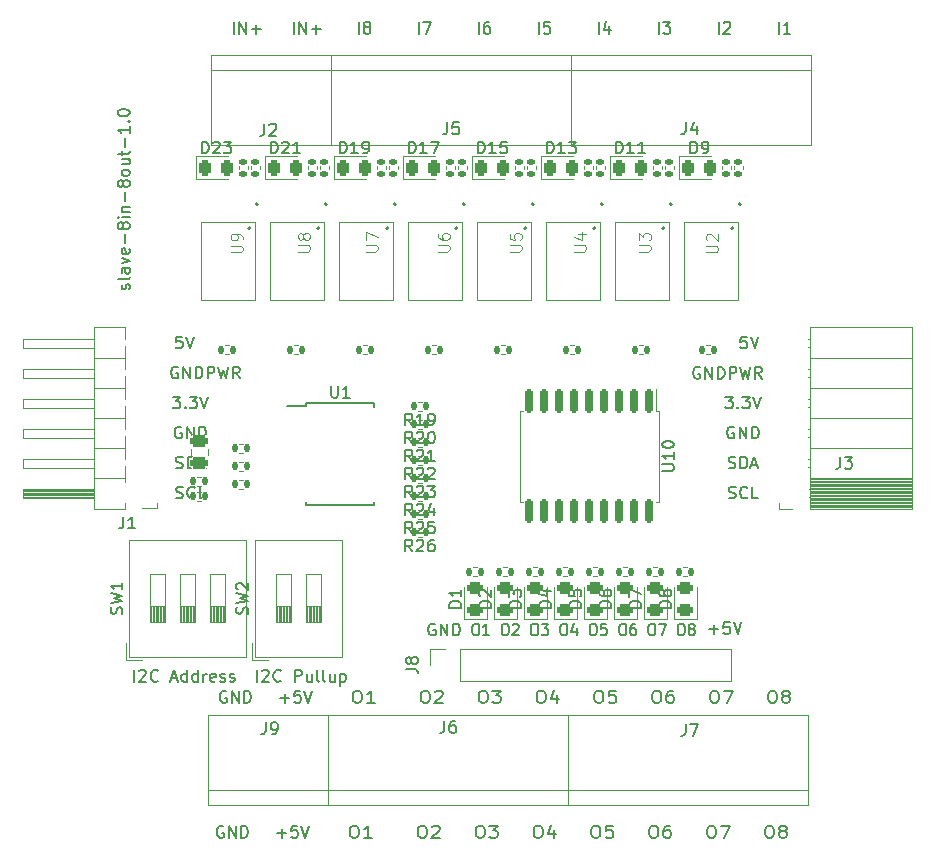
<source format=gto>
G04 #@! TF.GenerationSoftware,KiCad,Pcbnew,5.99.0-unknown-9f841da98e~134~ubuntu20.04.1*
G04 #@! TF.CreationDate,2021-12-20T09:43:23+01:00*
G04 #@! TF.ProjectId,slave-8in-8out,736c6176-652d-4386-996e-2d386f75742e,rev?*
G04 #@! TF.SameCoordinates,PX3a22d00PY8062360*
G04 #@! TF.FileFunction,Legend,Top*
G04 #@! TF.FilePolarity,Positive*
%FSLAX46Y46*%
G04 Gerber Fmt 4.6, Leading zero omitted, Abs format (unit mm)*
G04 Created by KiCad (PCBNEW 5.99.0-unknown-9f841da98e~134~ubuntu20.04.1) date 2021-12-20 09:43:23*
%MOMM*%
%LPD*%
G01*
G04 APERTURE LIST*
G04 Aperture macros list*
%AMRoundRect*
0 Rectangle with rounded corners*
0 $1 Rounding radius*
0 $2 $3 $4 $5 $6 $7 $8 $9 X,Y pos of 4 corners*
0 Add a 4 corners polygon primitive as box body*
4,1,4,$2,$3,$4,$5,$6,$7,$8,$9,$2,$3,0*
0 Add four circle primitives for the rounded corners*
1,1,$1+$1,$2,$3*
1,1,$1+$1,$4,$5*
1,1,$1+$1,$6,$7*
1,1,$1+$1,$8,$9*
0 Add four rect primitives between the rounded corners*
20,1,$1+$1,$2,$3,$4,$5,0*
20,1,$1+$1,$4,$5,$6,$7,0*
20,1,$1+$1,$6,$7,$8,$9,0*
20,1,$1+$1,$8,$9,$2,$3,0*%
G04 Aperture macros list end*
%ADD10C,0.150000*%
%ADD11C,0.015000*%
%ADD12C,0.120000*%
%ADD13C,0.200000*%
%ADD14RoundRect,0.135000X0.135000X0.185000X-0.135000X0.185000X-0.135000X-0.185000X0.135000X-0.185000X0*%
%ADD15R,3.000000X3.000000*%
%ADD16C,3.000000*%
%ADD17RoundRect,0.135000X0.185000X-0.135000X0.185000X0.135000X-0.185000X0.135000X-0.185000X-0.135000X0*%
%ADD18R,1.524000X3.048000*%
%ADD19R,1.700000X1.700000*%
%ADD20O,1.700000X1.700000*%
%ADD21RoundRect,0.135000X-0.135000X-0.185000X0.135000X-0.185000X0.135000X0.185000X-0.135000X0.185000X0*%
%ADD22RoundRect,0.250000X-0.475000X0.250000X-0.475000X-0.250000X0.475000X-0.250000X0.475000X0.250000X0*%
%ADD23RoundRect,0.135000X-0.185000X0.135000X-0.185000X-0.135000X0.185000X-0.135000X0.185000X0.135000X0*%
%ADD24RoundRect,0.150000X-0.150000X0.875000X-0.150000X-0.875000X0.150000X-0.875000X0.150000X0.875000X0*%
%ADD25RoundRect,0.243750X-0.243750X-0.456250X0.243750X-0.456250X0.243750X0.456250X-0.243750X0.456250X0*%
%ADD26R,1.600000X1.600000*%
%ADD27O,1.600000X1.600000*%
%ADD28RoundRect,0.243750X0.456250X-0.243750X0.456250X0.243750X-0.456250X0.243750X-0.456250X-0.243750X0*%
%ADD29C,3.200000*%
%ADD30R,3.000000X1.700000*%
%ADD31O,3.000000X1.700000*%
%ADD32R,1.750000X0.450000*%
G04 APERTURE END LIST*
D10*
X90986428Y-129500380D02*
X91204142Y-129500380D01*
X91312999Y-129548000D01*
X91421857Y-129643238D01*
X91476285Y-129833714D01*
X91476285Y-130167047D01*
X91421857Y-130357523D01*
X91312999Y-130452761D01*
X91204142Y-130500380D01*
X90986428Y-130500380D01*
X90877571Y-130452761D01*
X90768714Y-130357523D01*
X90714285Y-130167047D01*
X90714285Y-129833714D01*
X90768714Y-129643238D01*
X90877571Y-129548000D01*
X90986428Y-129500380D01*
X92564857Y-130500380D02*
X91911714Y-130500380D01*
X92238285Y-130500380D02*
X92238285Y-129500380D01*
X92129428Y-129643238D01*
X92020571Y-129738476D01*
X91911714Y-129786095D01*
X96755857Y-129500380D02*
X96973571Y-129500380D01*
X97082428Y-129548000D01*
X97191285Y-129643238D01*
X97245714Y-129833714D01*
X97245714Y-130167047D01*
X97191285Y-130357523D01*
X97082428Y-130452761D01*
X96973571Y-130500380D01*
X96755857Y-130500380D01*
X96646999Y-130452761D01*
X96538142Y-130357523D01*
X96483714Y-130167047D01*
X96483714Y-129833714D01*
X96538142Y-129643238D01*
X96646999Y-129548000D01*
X96755857Y-129500380D01*
X97681142Y-129595619D02*
X97735571Y-129548000D01*
X97844428Y-129500380D01*
X98116571Y-129500380D01*
X98225428Y-129548000D01*
X98279857Y-129595619D01*
X98334285Y-129690857D01*
X98334285Y-129786095D01*
X98279857Y-129928952D01*
X97626714Y-130500380D01*
X98334285Y-130500380D01*
X101654428Y-129500380D02*
X101872142Y-129500380D01*
X101980999Y-129548000D01*
X102089857Y-129643238D01*
X102144285Y-129833714D01*
X102144285Y-130167047D01*
X102089857Y-130357523D01*
X101980999Y-130452761D01*
X101872142Y-130500380D01*
X101654428Y-130500380D01*
X101545571Y-130452761D01*
X101436714Y-130357523D01*
X101382285Y-130167047D01*
X101382285Y-129833714D01*
X101436714Y-129643238D01*
X101545571Y-129548000D01*
X101654428Y-129500380D01*
X102525285Y-129500380D02*
X103232857Y-129500380D01*
X102851857Y-129881333D01*
X103015142Y-129881333D01*
X103123999Y-129928952D01*
X103178428Y-129976571D01*
X103232857Y-130071809D01*
X103232857Y-130309904D01*
X103178428Y-130405142D01*
X103123999Y-130452761D01*
X103015142Y-130500380D01*
X102688571Y-130500380D01*
X102579714Y-130452761D01*
X102525285Y-130405142D01*
X106553000Y-129500380D02*
X106770714Y-129500380D01*
X106879571Y-129548000D01*
X106988428Y-129643238D01*
X107042857Y-129833714D01*
X107042857Y-130167047D01*
X106988428Y-130357523D01*
X106879571Y-130452761D01*
X106770714Y-130500380D01*
X106553000Y-130500380D01*
X106444142Y-130452761D01*
X106335285Y-130357523D01*
X106280857Y-130167047D01*
X106280857Y-129833714D01*
X106335285Y-129643238D01*
X106444142Y-129548000D01*
X106553000Y-129500380D01*
X108022571Y-129833714D02*
X108022571Y-130500380D01*
X107750428Y-129452761D02*
X107478285Y-130167047D01*
X108185857Y-130167047D01*
X111451571Y-129500380D02*
X111669285Y-129500380D01*
X111778142Y-129548000D01*
X111886999Y-129643238D01*
X111941428Y-129833714D01*
X111941428Y-130167047D01*
X111886999Y-130357523D01*
X111778142Y-130452761D01*
X111669285Y-130500380D01*
X111451571Y-130500380D01*
X111342714Y-130452761D01*
X111233857Y-130357523D01*
X111179428Y-130167047D01*
X111179428Y-129833714D01*
X111233857Y-129643238D01*
X111342714Y-129548000D01*
X111451571Y-129500380D01*
X112975571Y-129500380D02*
X112431285Y-129500380D01*
X112376857Y-129976571D01*
X112431285Y-129928952D01*
X112540142Y-129881333D01*
X112812285Y-129881333D01*
X112921142Y-129928952D01*
X112975571Y-129976571D01*
X113029999Y-130071809D01*
X113029999Y-130309904D01*
X112975571Y-130405142D01*
X112921142Y-130452761D01*
X112812285Y-130500380D01*
X112540142Y-130500380D01*
X112431285Y-130452761D01*
X112376857Y-130405142D01*
X116350142Y-129500380D02*
X116567857Y-129500380D01*
X116676714Y-129548000D01*
X116785571Y-129643238D01*
X116839999Y-129833714D01*
X116839999Y-130167047D01*
X116785571Y-130357523D01*
X116676714Y-130452761D01*
X116567857Y-130500380D01*
X116350142Y-130500380D01*
X116241285Y-130452761D01*
X116132428Y-130357523D01*
X116077999Y-130167047D01*
X116077999Y-129833714D01*
X116132428Y-129643238D01*
X116241285Y-129548000D01*
X116350142Y-129500380D01*
X117819714Y-129500380D02*
X117601999Y-129500380D01*
X117493142Y-129548000D01*
X117438714Y-129595619D01*
X117329857Y-129738476D01*
X117275428Y-129928952D01*
X117275428Y-130309904D01*
X117329857Y-130405142D01*
X117384285Y-130452761D01*
X117493142Y-130500380D01*
X117710857Y-130500380D01*
X117819714Y-130452761D01*
X117874142Y-130405142D01*
X117928571Y-130309904D01*
X117928571Y-130071809D01*
X117874142Y-129976571D01*
X117819714Y-129928952D01*
X117710857Y-129881333D01*
X117493142Y-129881333D01*
X117384285Y-129928952D01*
X117329857Y-129976571D01*
X117275428Y-130071809D01*
X121248714Y-129500380D02*
X121466428Y-129500380D01*
X121575285Y-129548000D01*
X121684142Y-129643238D01*
X121738571Y-129833714D01*
X121738571Y-130167047D01*
X121684142Y-130357523D01*
X121575285Y-130452761D01*
X121466428Y-130500380D01*
X121248714Y-130500380D01*
X121139857Y-130452761D01*
X121030999Y-130357523D01*
X120976571Y-130167047D01*
X120976571Y-129833714D01*
X121030999Y-129643238D01*
X121139857Y-129548000D01*
X121248714Y-129500380D01*
X122119571Y-129500380D02*
X122881571Y-129500380D01*
X122391714Y-130500380D01*
X126147285Y-129500380D02*
X126364999Y-129500380D01*
X126473857Y-129548000D01*
X126582714Y-129643238D01*
X126637142Y-129833714D01*
X126637142Y-130167047D01*
X126582714Y-130357523D01*
X126473857Y-130452761D01*
X126364999Y-130500380D01*
X126147285Y-130500380D01*
X126038428Y-130452761D01*
X125929571Y-130357523D01*
X125875142Y-130167047D01*
X125875142Y-129833714D01*
X125929571Y-129643238D01*
X126038428Y-129548000D01*
X126147285Y-129500380D01*
X127290285Y-129928952D02*
X127181428Y-129881333D01*
X127126999Y-129833714D01*
X127072571Y-129738476D01*
X127072571Y-129690857D01*
X127126999Y-129595619D01*
X127181428Y-129548000D01*
X127290285Y-129500380D01*
X127507999Y-129500380D01*
X127616857Y-129548000D01*
X127671285Y-129595619D01*
X127725714Y-129690857D01*
X127725714Y-129738476D01*
X127671285Y-129833714D01*
X127616857Y-129881333D01*
X127507999Y-129928952D01*
X127290285Y-129928952D01*
X127181428Y-129976571D01*
X127126999Y-130024190D01*
X127072571Y-130119428D01*
X127072571Y-130309904D01*
X127126999Y-130405142D01*
X127181428Y-130452761D01*
X127290285Y-130500380D01*
X127507999Y-130500380D01*
X127616857Y-130452761D01*
X127671285Y-130405142D01*
X127725714Y-130309904D01*
X127725714Y-130119428D01*
X127671285Y-130024190D01*
X127616857Y-129976571D01*
X127507999Y-129928952D01*
X84566285Y-130119428D02*
X85328190Y-130119428D01*
X84947238Y-130500380D02*
X84947238Y-129738476D01*
X86280571Y-129500380D02*
X85804380Y-129500380D01*
X85756761Y-129976571D01*
X85804380Y-129928952D01*
X85899619Y-129881333D01*
X86137714Y-129881333D01*
X86232952Y-129928952D01*
X86280571Y-129976571D01*
X86328190Y-130071809D01*
X86328190Y-130309904D01*
X86280571Y-130405142D01*
X86232952Y-130452761D01*
X86137714Y-130500380D01*
X85899619Y-130500380D01*
X85804380Y-130452761D01*
X85756761Y-130405142D01*
X86613904Y-129500380D02*
X86947238Y-130500380D01*
X87280571Y-129500380D01*
X80010095Y-129548000D02*
X79914857Y-129500380D01*
X79772000Y-129500380D01*
X79629142Y-129548000D01*
X79533904Y-129643238D01*
X79486285Y-129738476D01*
X79438666Y-129928952D01*
X79438666Y-130071809D01*
X79486285Y-130262285D01*
X79533904Y-130357523D01*
X79629142Y-130452761D01*
X79772000Y-130500380D01*
X79867238Y-130500380D01*
X80010095Y-130452761D01*
X80057714Y-130405142D01*
X80057714Y-130071809D01*
X79867238Y-130071809D01*
X80486285Y-130500380D02*
X80486285Y-129500380D01*
X81057714Y-130500380D01*
X81057714Y-129500380D01*
X81533904Y-130500380D02*
X81533904Y-129500380D01*
X81772000Y-129500380D01*
X81914857Y-129548000D01*
X82010095Y-129643238D01*
X82057714Y-129738476D01*
X82105333Y-129928952D01*
X82105333Y-130071809D01*
X82057714Y-130262285D01*
X82010095Y-130357523D01*
X81914857Y-130452761D01*
X81772000Y-130500380D01*
X81533904Y-130500380D01*
X85979142Y-62428380D02*
X85979142Y-61428380D01*
X86455333Y-62428380D02*
X86455333Y-61428380D01*
X87026761Y-62428380D01*
X87026761Y-61428380D01*
X87502952Y-62047428D02*
X88264857Y-62047428D01*
X87883904Y-62428380D02*
X87883904Y-61666476D01*
X80899142Y-62428380D02*
X80899142Y-61428380D01*
X81375333Y-62428380D02*
X81375333Y-61428380D01*
X81946761Y-62428380D01*
X81946761Y-61428380D01*
X82422952Y-62047428D02*
X83184857Y-62047428D01*
X82803904Y-62428380D02*
X82803904Y-61666476D01*
X91482761Y-62428380D02*
X91482761Y-61428380D01*
X92083238Y-61856952D02*
X91990857Y-61809333D01*
X91944666Y-61761714D01*
X91898476Y-61666476D01*
X91898476Y-61618857D01*
X91944666Y-61523619D01*
X91990857Y-61476000D01*
X92083238Y-61428380D01*
X92268000Y-61428380D01*
X92360380Y-61476000D01*
X92406571Y-61523619D01*
X92452761Y-61618857D01*
X92452761Y-61666476D01*
X92406571Y-61761714D01*
X92360380Y-61809333D01*
X92268000Y-61856952D01*
X92083238Y-61856952D01*
X91990857Y-61904571D01*
X91944666Y-61952190D01*
X91898476Y-62047428D01*
X91898476Y-62237904D01*
X91944666Y-62333142D01*
X91990857Y-62380761D01*
X92083238Y-62428380D01*
X92268000Y-62428380D01*
X92360380Y-62380761D01*
X92406571Y-62333142D01*
X92452761Y-62237904D01*
X92452761Y-62047428D01*
X92406571Y-61952190D01*
X92360380Y-61904571D01*
X92268000Y-61856952D01*
X96563714Y-62428380D02*
X96563714Y-61428380D01*
X96933238Y-61428380D02*
X97579904Y-61428380D01*
X97164190Y-62428380D01*
X101644666Y-62428380D02*
X101644666Y-61428380D01*
X102522285Y-61428380D02*
X102337523Y-61428380D01*
X102245142Y-61476000D01*
X102198952Y-61523619D01*
X102106571Y-61666476D01*
X102060380Y-61856952D01*
X102060380Y-62237904D01*
X102106571Y-62333142D01*
X102152761Y-62380761D01*
X102245142Y-62428380D01*
X102429904Y-62428380D01*
X102522285Y-62380761D01*
X102568476Y-62333142D01*
X102614666Y-62237904D01*
X102614666Y-61999809D01*
X102568476Y-61904571D01*
X102522285Y-61856952D01*
X102429904Y-61809333D01*
X102245142Y-61809333D01*
X102152761Y-61856952D01*
X102106571Y-61904571D01*
X102060380Y-61999809D01*
X106725619Y-62428380D02*
X106725619Y-61428380D01*
X107649428Y-61428380D02*
X107187523Y-61428380D01*
X107141333Y-61904571D01*
X107187523Y-61856952D01*
X107279904Y-61809333D01*
X107510857Y-61809333D01*
X107603238Y-61856952D01*
X107649428Y-61904571D01*
X107695619Y-61999809D01*
X107695619Y-62237904D01*
X107649428Y-62333142D01*
X107603238Y-62380761D01*
X107510857Y-62428380D01*
X107279904Y-62428380D01*
X107187523Y-62380761D01*
X107141333Y-62333142D01*
X111806571Y-62428380D02*
X111806571Y-61428380D01*
X112684190Y-61761714D02*
X112684190Y-62428380D01*
X112453238Y-61380761D02*
X112222285Y-62095047D01*
X112822761Y-62095047D01*
X116887523Y-62428380D02*
X116887523Y-61428380D01*
X117257047Y-61428380D02*
X117857523Y-61428380D01*
X117534190Y-61809333D01*
X117672761Y-61809333D01*
X117765142Y-61856952D01*
X117811333Y-61904571D01*
X117857523Y-61999809D01*
X117857523Y-62237904D01*
X117811333Y-62333142D01*
X117765142Y-62380761D01*
X117672761Y-62428380D01*
X117395619Y-62428380D01*
X117303238Y-62380761D01*
X117257047Y-62333142D01*
X121968476Y-62428380D02*
X121968476Y-61428380D01*
X122384190Y-61523619D02*
X122430380Y-61476000D01*
X122522761Y-61428380D01*
X122753714Y-61428380D01*
X122846095Y-61476000D01*
X122892285Y-61523619D01*
X122938476Y-61618857D01*
X122938476Y-61714095D01*
X122892285Y-61856952D01*
X122338000Y-62428380D01*
X122938476Y-62428380D01*
X127049428Y-62428380D02*
X127049428Y-61428380D01*
X128019428Y-62428380D02*
X127465142Y-62428380D01*
X127742285Y-62428380D02*
X127742285Y-61428380D01*
X127649904Y-61571238D01*
X127557523Y-61666476D01*
X127465142Y-61714095D01*
X84820285Y-118689428D02*
X85582190Y-118689428D01*
X85201238Y-119070380D02*
X85201238Y-118308476D01*
X86534571Y-118070380D02*
X86058380Y-118070380D01*
X86010761Y-118546571D01*
X86058380Y-118498952D01*
X86153619Y-118451333D01*
X86391714Y-118451333D01*
X86486952Y-118498952D01*
X86534571Y-118546571D01*
X86582190Y-118641809D01*
X86582190Y-118879904D01*
X86534571Y-118975142D01*
X86486952Y-119022761D01*
X86391714Y-119070380D01*
X86153619Y-119070380D01*
X86058380Y-119022761D01*
X86010761Y-118975142D01*
X86867904Y-118070380D02*
X87201238Y-119070380D01*
X87534571Y-118070380D01*
X82875904Y-117292380D02*
X82875904Y-116292380D01*
X83304476Y-116387619D02*
X83352095Y-116340000D01*
X83447333Y-116292380D01*
X83685428Y-116292380D01*
X83780666Y-116340000D01*
X83828285Y-116387619D01*
X83875904Y-116482857D01*
X83875904Y-116578095D01*
X83828285Y-116720952D01*
X83256857Y-117292380D01*
X83875904Y-117292380D01*
X84875904Y-117197142D02*
X84828285Y-117244761D01*
X84685428Y-117292380D01*
X84590190Y-117292380D01*
X84447333Y-117244761D01*
X84352095Y-117149523D01*
X84304476Y-117054285D01*
X84256857Y-116863809D01*
X84256857Y-116720952D01*
X84304476Y-116530476D01*
X84352095Y-116435238D01*
X84447333Y-116340000D01*
X84590190Y-116292380D01*
X84685428Y-116292380D01*
X84828285Y-116340000D01*
X84875904Y-116387619D01*
X86066380Y-117292380D02*
X86066380Y-116292380D01*
X86447333Y-116292380D01*
X86542571Y-116340000D01*
X86590190Y-116387619D01*
X86637809Y-116482857D01*
X86637809Y-116625714D01*
X86590190Y-116720952D01*
X86542571Y-116768571D01*
X86447333Y-116816190D01*
X86066380Y-116816190D01*
X87494952Y-116625714D02*
X87494952Y-117292380D01*
X87066380Y-116625714D02*
X87066380Y-117149523D01*
X87114000Y-117244761D01*
X87209238Y-117292380D01*
X87352095Y-117292380D01*
X87447333Y-117244761D01*
X87494952Y-117197142D01*
X88114000Y-117292380D02*
X88018761Y-117244761D01*
X87971142Y-117149523D01*
X87971142Y-116292380D01*
X88637809Y-117292380D02*
X88542571Y-117244761D01*
X88494952Y-117149523D01*
X88494952Y-116292380D01*
X89447333Y-116625714D02*
X89447333Y-117292380D01*
X89018761Y-116625714D02*
X89018761Y-117149523D01*
X89066380Y-117244761D01*
X89161619Y-117292380D01*
X89304476Y-117292380D01*
X89399714Y-117244761D01*
X89447333Y-117197142D01*
X89923523Y-116625714D02*
X89923523Y-117625714D01*
X89923523Y-116673333D02*
X90018761Y-116625714D01*
X90209238Y-116625714D01*
X90304476Y-116673333D01*
X90352095Y-116720952D01*
X90399714Y-116816190D01*
X90399714Y-117101904D01*
X90352095Y-117197142D01*
X90304476Y-117244761D01*
X90209238Y-117292380D01*
X90018761Y-117292380D01*
X89923523Y-117244761D01*
X72032761Y-84073047D02*
X72080380Y-83977809D01*
X72080380Y-83787333D01*
X72032761Y-83692095D01*
X71937523Y-83644476D01*
X71889904Y-83644476D01*
X71794666Y-83692095D01*
X71747047Y-83787333D01*
X71747047Y-83930190D01*
X71699428Y-84025428D01*
X71604190Y-84073047D01*
X71556571Y-84073047D01*
X71461333Y-84025428D01*
X71413714Y-83930190D01*
X71413714Y-83787333D01*
X71461333Y-83692095D01*
X72080380Y-83073047D02*
X72032761Y-83168285D01*
X71937523Y-83215904D01*
X71080380Y-83215904D01*
X72080380Y-82263523D02*
X71556571Y-82263523D01*
X71461333Y-82311142D01*
X71413714Y-82406380D01*
X71413714Y-82596857D01*
X71461333Y-82692095D01*
X72032761Y-82263523D02*
X72080380Y-82358761D01*
X72080380Y-82596857D01*
X72032761Y-82692095D01*
X71937523Y-82739714D01*
X71842285Y-82739714D01*
X71747047Y-82692095D01*
X71699428Y-82596857D01*
X71699428Y-82358761D01*
X71651809Y-82263523D01*
X71413714Y-81882571D02*
X72080380Y-81644476D01*
X71413714Y-81406380D01*
X72032761Y-80644476D02*
X72080380Y-80739714D01*
X72080380Y-80930190D01*
X72032761Y-81025428D01*
X71937523Y-81073047D01*
X71556571Y-81073047D01*
X71461333Y-81025428D01*
X71413714Y-80930190D01*
X71413714Y-80739714D01*
X71461333Y-80644476D01*
X71556571Y-80596857D01*
X71651809Y-80596857D01*
X71747047Y-81073047D01*
X71699428Y-80168285D02*
X71699428Y-79406380D01*
X71508952Y-78787333D02*
X71461333Y-78882571D01*
X71413714Y-78930190D01*
X71318476Y-78977809D01*
X71270857Y-78977809D01*
X71175619Y-78930190D01*
X71128000Y-78882571D01*
X71080380Y-78787333D01*
X71080380Y-78596857D01*
X71128000Y-78501619D01*
X71175619Y-78454000D01*
X71270857Y-78406380D01*
X71318476Y-78406380D01*
X71413714Y-78454000D01*
X71461333Y-78501619D01*
X71508952Y-78596857D01*
X71508952Y-78787333D01*
X71556571Y-78882571D01*
X71604190Y-78930190D01*
X71699428Y-78977809D01*
X71889904Y-78977809D01*
X71985142Y-78930190D01*
X72032761Y-78882571D01*
X72080380Y-78787333D01*
X72080380Y-78596857D01*
X72032761Y-78501619D01*
X71985142Y-78454000D01*
X71889904Y-78406380D01*
X71699428Y-78406380D01*
X71604190Y-78454000D01*
X71556571Y-78501619D01*
X71508952Y-78596857D01*
X72080380Y-77977809D02*
X71413714Y-77977809D01*
X71080380Y-77977809D02*
X71128000Y-78025428D01*
X71175619Y-77977809D01*
X71128000Y-77930190D01*
X71080380Y-77977809D01*
X71175619Y-77977809D01*
X71413714Y-77501619D02*
X72080380Y-77501619D01*
X71508952Y-77501619D02*
X71461333Y-77454000D01*
X71413714Y-77358761D01*
X71413714Y-77215904D01*
X71461333Y-77120666D01*
X71556571Y-77073047D01*
X72080380Y-77073047D01*
X71699428Y-76596857D02*
X71699428Y-75834952D01*
X71508952Y-75215904D02*
X71461333Y-75311142D01*
X71413714Y-75358761D01*
X71318476Y-75406380D01*
X71270857Y-75406380D01*
X71175619Y-75358761D01*
X71128000Y-75311142D01*
X71080380Y-75215904D01*
X71080380Y-75025428D01*
X71128000Y-74930190D01*
X71175619Y-74882571D01*
X71270857Y-74834952D01*
X71318476Y-74834952D01*
X71413714Y-74882571D01*
X71461333Y-74930190D01*
X71508952Y-75025428D01*
X71508952Y-75215904D01*
X71556571Y-75311142D01*
X71604190Y-75358761D01*
X71699428Y-75406380D01*
X71889904Y-75406380D01*
X71985142Y-75358761D01*
X72032761Y-75311142D01*
X72080380Y-75215904D01*
X72080380Y-75025428D01*
X72032761Y-74930190D01*
X71985142Y-74882571D01*
X71889904Y-74834952D01*
X71699428Y-74834952D01*
X71604190Y-74882571D01*
X71556571Y-74930190D01*
X71508952Y-75025428D01*
X72080380Y-74263523D02*
X72032761Y-74358761D01*
X71985142Y-74406380D01*
X71889904Y-74454000D01*
X71604190Y-74454000D01*
X71508952Y-74406380D01*
X71461333Y-74358761D01*
X71413714Y-74263523D01*
X71413714Y-74120666D01*
X71461333Y-74025428D01*
X71508952Y-73977809D01*
X71604190Y-73930190D01*
X71889904Y-73930190D01*
X71985142Y-73977809D01*
X72032761Y-74025428D01*
X72080380Y-74120666D01*
X72080380Y-74263523D01*
X71413714Y-73073047D02*
X72080380Y-73073047D01*
X71413714Y-73501619D02*
X71937523Y-73501619D01*
X72032761Y-73454000D01*
X72080380Y-73358761D01*
X72080380Y-73215904D01*
X72032761Y-73120666D01*
X71985142Y-73073047D01*
X71413714Y-72739714D02*
X71413714Y-72358761D01*
X71080380Y-72596857D02*
X71937523Y-72596857D01*
X72032761Y-72549238D01*
X72080380Y-72454000D01*
X72080380Y-72358761D01*
X71699428Y-72025428D02*
X71699428Y-71263523D01*
X72080380Y-70263523D02*
X72080380Y-70834952D01*
X72080380Y-70549238D02*
X71080380Y-70549238D01*
X71223238Y-70644476D01*
X71318476Y-70739714D01*
X71366095Y-70834952D01*
X71985142Y-69834952D02*
X72032761Y-69787333D01*
X72080380Y-69834952D01*
X72032761Y-69882571D01*
X71985142Y-69834952D01*
X72080380Y-69834952D01*
X71080380Y-69168285D02*
X71080380Y-69073047D01*
X71128000Y-68977809D01*
X71175619Y-68930190D01*
X71270857Y-68882571D01*
X71461333Y-68834952D01*
X71699428Y-68834952D01*
X71889904Y-68882571D01*
X71985142Y-68930190D01*
X72032761Y-68977809D01*
X72080380Y-69073047D01*
X72080380Y-69168285D01*
X72032761Y-69263523D01*
X71985142Y-69311142D01*
X71889904Y-69358761D01*
X71699428Y-69406380D01*
X71461333Y-69406380D01*
X71270857Y-69358761D01*
X71175619Y-69311142D01*
X71128000Y-69263523D01*
X71080380Y-69168285D01*
X121172285Y-112874178D02*
X121934190Y-112874178D01*
X121553238Y-113255130D02*
X121553238Y-112493226D01*
X122886571Y-112255130D02*
X122410380Y-112255130D01*
X122362761Y-112731321D01*
X122410380Y-112683702D01*
X122505619Y-112636083D01*
X122743714Y-112636083D01*
X122838952Y-112683702D01*
X122886571Y-112731321D01*
X122934190Y-112826559D01*
X122934190Y-113064654D01*
X122886571Y-113159892D01*
X122838952Y-113207511D01*
X122743714Y-113255130D01*
X122505619Y-113255130D01*
X122410380Y-113207511D01*
X122362761Y-113159892D01*
X123219904Y-112255130D02*
X123553238Y-113255130D01*
X123886571Y-112255130D01*
X124322523Y-88073380D02*
X123846333Y-88073380D01*
X123798714Y-88549571D01*
X123846333Y-88501952D01*
X123941571Y-88454333D01*
X124179666Y-88454333D01*
X124274904Y-88501952D01*
X124322523Y-88549571D01*
X124370142Y-88644809D01*
X124370142Y-88882904D01*
X124322523Y-88978142D01*
X124274904Y-89025761D01*
X124179666Y-89073380D01*
X123941571Y-89073380D01*
X123846333Y-89025761D01*
X123798714Y-88978142D01*
X124655857Y-88073380D02*
X124989190Y-89073380D01*
X125322523Y-88073380D01*
X75739809Y-93153380D02*
X76358857Y-93153380D01*
X76025523Y-93534333D01*
X76168380Y-93534333D01*
X76263619Y-93581952D01*
X76311238Y-93629571D01*
X76358857Y-93724809D01*
X76358857Y-93962904D01*
X76311238Y-94058142D01*
X76263619Y-94105761D01*
X76168380Y-94153380D01*
X75882666Y-94153380D01*
X75787428Y-94105761D01*
X75739809Y-94058142D01*
X76787428Y-94058142D02*
X76835047Y-94105761D01*
X76787428Y-94153380D01*
X76739809Y-94105761D01*
X76787428Y-94058142D01*
X76787428Y-94153380D01*
X77168380Y-93153380D02*
X77787428Y-93153380D01*
X77454095Y-93534333D01*
X77596952Y-93534333D01*
X77692190Y-93581952D01*
X77739809Y-93629571D01*
X77787428Y-93724809D01*
X77787428Y-93962904D01*
X77739809Y-94058142D01*
X77692190Y-94105761D01*
X77596952Y-94153380D01*
X77311238Y-94153380D01*
X77216000Y-94105761D01*
X77168380Y-94058142D01*
X78073142Y-93153380D02*
X78406476Y-94153380D01*
X78739809Y-93153380D01*
X101305711Y-112382136D02*
X101477139Y-112382136D01*
X101562854Y-112429756D01*
X101648568Y-112524994D01*
X101691425Y-112715470D01*
X101691425Y-113048803D01*
X101648568Y-113239279D01*
X101562854Y-113334517D01*
X101477139Y-113382136D01*
X101305711Y-113382136D01*
X101219997Y-113334517D01*
X101134282Y-113239279D01*
X101091425Y-113048803D01*
X101091425Y-112715470D01*
X101134282Y-112524994D01*
X101219997Y-112429756D01*
X101305711Y-112382136D01*
X102548568Y-113382136D02*
X102034282Y-113382136D01*
X102291425Y-113382136D02*
X102291425Y-112382136D01*
X102205711Y-112524994D01*
X102119997Y-112620232D01*
X102034282Y-112667851D01*
X103791425Y-112382136D02*
X103962854Y-112382136D01*
X104048568Y-112429756D01*
X104134282Y-112524994D01*
X104177139Y-112715470D01*
X104177139Y-113048803D01*
X104134282Y-113239279D01*
X104048568Y-113334517D01*
X103962854Y-113382136D01*
X103791425Y-113382136D01*
X103705711Y-113334517D01*
X103619997Y-113239279D01*
X103577139Y-113048803D01*
X103577139Y-112715470D01*
X103619997Y-112524994D01*
X103705711Y-112429756D01*
X103791425Y-112382136D01*
X104519997Y-112477375D02*
X104562854Y-112429756D01*
X104648568Y-112382136D01*
X104862854Y-112382136D01*
X104948568Y-112429756D01*
X104991425Y-112477375D01*
X105034282Y-112572613D01*
X105034282Y-112667851D01*
X104991425Y-112810708D01*
X104477139Y-113382136D01*
X105034282Y-113382136D01*
X106277139Y-112382136D02*
X106448568Y-112382136D01*
X106534282Y-112429756D01*
X106619997Y-112524994D01*
X106662854Y-112715470D01*
X106662854Y-113048803D01*
X106619997Y-113239279D01*
X106534282Y-113334517D01*
X106448568Y-113382136D01*
X106277139Y-113382136D01*
X106191425Y-113334517D01*
X106105711Y-113239279D01*
X106062854Y-113048803D01*
X106062854Y-112715470D01*
X106105711Y-112524994D01*
X106191425Y-112429756D01*
X106277139Y-112382136D01*
X106962854Y-112382136D02*
X107519997Y-112382136D01*
X107219997Y-112763089D01*
X107348568Y-112763089D01*
X107434282Y-112810708D01*
X107477139Y-112858327D01*
X107519997Y-112953565D01*
X107519997Y-113191660D01*
X107477139Y-113286898D01*
X107434282Y-113334517D01*
X107348568Y-113382136D01*
X107091425Y-113382136D01*
X107005711Y-113334517D01*
X106962854Y-113286898D01*
X108762854Y-112382136D02*
X108934282Y-112382136D01*
X109019997Y-112429756D01*
X109105711Y-112524994D01*
X109148568Y-112715470D01*
X109148568Y-113048803D01*
X109105711Y-113239279D01*
X109019997Y-113334517D01*
X108934282Y-113382136D01*
X108762854Y-113382136D01*
X108677139Y-113334517D01*
X108591425Y-113239279D01*
X108548568Y-113048803D01*
X108548568Y-112715470D01*
X108591425Y-112524994D01*
X108677139Y-112429756D01*
X108762854Y-112382136D01*
X109919997Y-112715470D02*
X109919997Y-113382136D01*
X109705711Y-112334517D02*
X109491425Y-113048803D01*
X110048568Y-113048803D01*
X111248568Y-112382136D02*
X111419997Y-112382136D01*
X111505711Y-112429756D01*
X111591425Y-112524994D01*
X111634282Y-112715470D01*
X111634282Y-113048803D01*
X111591425Y-113239279D01*
X111505711Y-113334517D01*
X111419997Y-113382136D01*
X111248568Y-113382136D01*
X111162854Y-113334517D01*
X111077139Y-113239279D01*
X111034282Y-113048803D01*
X111034282Y-112715470D01*
X111077139Y-112524994D01*
X111162854Y-112429756D01*
X111248568Y-112382136D01*
X112448568Y-112382136D02*
X112019997Y-112382136D01*
X111977139Y-112858327D01*
X112019997Y-112810708D01*
X112105711Y-112763089D01*
X112319997Y-112763089D01*
X112405711Y-112810708D01*
X112448568Y-112858327D01*
X112491425Y-112953565D01*
X112491425Y-113191660D01*
X112448568Y-113286898D01*
X112405711Y-113334517D01*
X112319997Y-113382136D01*
X112105711Y-113382136D01*
X112019997Y-113334517D01*
X111977139Y-113286898D01*
X113734282Y-112382136D02*
X113905711Y-112382136D01*
X113991425Y-112429756D01*
X114077139Y-112524994D01*
X114119997Y-112715470D01*
X114119997Y-113048803D01*
X114077139Y-113239279D01*
X113991425Y-113334517D01*
X113905711Y-113382136D01*
X113734282Y-113382136D01*
X113648568Y-113334517D01*
X113562854Y-113239279D01*
X113519997Y-113048803D01*
X113519997Y-112715470D01*
X113562854Y-112524994D01*
X113648568Y-112429756D01*
X113734282Y-112382136D01*
X114891425Y-112382136D02*
X114719997Y-112382136D01*
X114634282Y-112429756D01*
X114591425Y-112477375D01*
X114505711Y-112620232D01*
X114462854Y-112810708D01*
X114462854Y-113191660D01*
X114505711Y-113286898D01*
X114548568Y-113334517D01*
X114634282Y-113382136D01*
X114805711Y-113382136D01*
X114891425Y-113334517D01*
X114934282Y-113286898D01*
X114977139Y-113191660D01*
X114977139Y-112953565D01*
X114934282Y-112858327D01*
X114891425Y-112810708D01*
X114805711Y-112763089D01*
X114634282Y-112763089D01*
X114548568Y-112810708D01*
X114505711Y-112858327D01*
X114462854Y-112953565D01*
X116219997Y-112382136D02*
X116391425Y-112382136D01*
X116477139Y-112429756D01*
X116562854Y-112524994D01*
X116605711Y-112715470D01*
X116605711Y-113048803D01*
X116562854Y-113239279D01*
X116477139Y-113334517D01*
X116391425Y-113382136D01*
X116219997Y-113382136D01*
X116134282Y-113334517D01*
X116048568Y-113239279D01*
X116005711Y-113048803D01*
X116005711Y-112715470D01*
X116048568Y-112524994D01*
X116134282Y-112429756D01*
X116219997Y-112382136D01*
X116905711Y-112382136D02*
X117505711Y-112382136D01*
X117119997Y-113382136D01*
X118705711Y-112382136D02*
X118877139Y-112382136D01*
X118962854Y-112429756D01*
X119048568Y-112524994D01*
X119091425Y-112715470D01*
X119091425Y-113048803D01*
X119048568Y-113239279D01*
X118962854Y-113334517D01*
X118877139Y-113382136D01*
X118705711Y-113382136D01*
X118619997Y-113334517D01*
X118534282Y-113239279D01*
X118491425Y-113048803D01*
X118491425Y-112715470D01*
X118534282Y-112524994D01*
X118619997Y-112429756D01*
X118705711Y-112382136D01*
X119605711Y-112810708D02*
X119519997Y-112763089D01*
X119477139Y-112715470D01*
X119434282Y-112620232D01*
X119434282Y-112572613D01*
X119477139Y-112477375D01*
X119519997Y-112429756D01*
X119605711Y-112382136D01*
X119777139Y-112382136D01*
X119862854Y-112429756D01*
X119905711Y-112477375D01*
X119948568Y-112572613D01*
X119948568Y-112620232D01*
X119905711Y-112715470D01*
X119862854Y-112763089D01*
X119777139Y-112810708D01*
X119605711Y-112810708D01*
X119519997Y-112858327D01*
X119477139Y-112905946D01*
X119434282Y-113001184D01*
X119434282Y-113191660D01*
X119477139Y-113286898D01*
X119519997Y-113334517D01*
X119605711Y-113382136D01*
X119777139Y-113382136D01*
X119862854Y-113334517D01*
X119905711Y-113286898D01*
X119948568Y-113191660D01*
X119948568Y-113001184D01*
X119905711Y-112905946D01*
X119862854Y-112858327D01*
X119777139Y-112810708D01*
X97947095Y-112429750D02*
X97851857Y-112382130D01*
X97709000Y-112382130D01*
X97566142Y-112429750D01*
X97470904Y-112524988D01*
X97423285Y-112620226D01*
X97375666Y-112810702D01*
X97375666Y-112953559D01*
X97423285Y-113144035D01*
X97470904Y-113239273D01*
X97566142Y-113334511D01*
X97709000Y-113382130D01*
X97804238Y-113382130D01*
X97947095Y-113334511D01*
X97994714Y-113286892D01*
X97994714Y-112953559D01*
X97804238Y-112953559D01*
X98423285Y-113382130D02*
X98423285Y-112382130D01*
X98994714Y-113382130D01*
X98994714Y-112382130D01*
X99470904Y-113382130D02*
X99470904Y-112382130D01*
X99709000Y-112382130D01*
X99851857Y-112429750D01*
X99947095Y-112524988D01*
X99994714Y-112620226D01*
X100042333Y-112810702D01*
X100042333Y-112953559D01*
X99994714Y-113144035D01*
X99947095Y-113239273D01*
X99851857Y-113334511D01*
X99709000Y-113382130D01*
X99470904Y-113382130D01*
X123243095Y-95741000D02*
X123147857Y-95693380D01*
X123005000Y-95693380D01*
X122862142Y-95741000D01*
X122766904Y-95836238D01*
X122719285Y-95931476D01*
X122671666Y-96121952D01*
X122671666Y-96264809D01*
X122719285Y-96455285D01*
X122766904Y-96550523D01*
X122862142Y-96645761D01*
X123005000Y-96693380D01*
X123100238Y-96693380D01*
X123243095Y-96645761D01*
X123290714Y-96598142D01*
X123290714Y-96264809D01*
X123100238Y-96264809D01*
X123719285Y-96693380D02*
X123719285Y-95693380D01*
X124290714Y-96693380D01*
X124290714Y-95693380D01*
X124766904Y-96693380D02*
X124766904Y-95693380D01*
X125005000Y-95693380D01*
X125147857Y-95741000D01*
X125243095Y-95836238D01*
X125290714Y-95931476D01*
X125338333Y-96121952D01*
X125338333Y-96264809D01*
X125290714Y-96455285D01*
X125243095Y-96550523D01*
X125147857Y-96645761D01*
X125005000Y-96693380D01*
X124766904Y-96693380D01*
X80264095Y-118118000D02*
X80168857Y-118070380D01*
X80026000Y-118070380D01*
X79883142Y-118118000D01*
X79787904Y-118213238D01*
X79740285Y-118308476D01*
X79692666Y-118498952D01*
X79692666Y-118641809D01*
X79740285Y-118832285D01*
X79787904Y-118927523D01*
X79883142Y-119022761D01*
X80026000Y-119070380D01*
X80121238Y-119070380D01*
X80264095Y-119022761D01*
X80311714Y-118975142D01*
X80311714Y-118641809D01*
X80121238Y-118641809D01*
X80740285Y-119070380D02*
X80740285Y-118070380D01*
X81311714Y-119070380D01*
X81311714Y-118070380D01*
X81787904Y-119070380D02*
X81787904Y-118070380D01*
X82026000Y-118070380D01*
X82168857Y-118118000D01*
X82264095Y-118213238D01*
X82311714Y-118308476D01*
X82359333Y-118498952D01*
X82359333Y-118641809D01*
X82311714Y-118832285D01*
X82264095Y-118927523D01*
X82168857Y-119022761D01*
X82026000Y-119070380D01*
X81787904Y-119070380D01*
X76152666Y-90661000D02*
X76057428Y-90613380D01*
X75914571Y-90613380D01*
X75771714Y-90661000D01*
X75676476Y-90756238D01*
X75628857Y-90851476D01*
X75581238Y-91041952D01*
X75581238Y-91184809D01*
X75628857Y-91375285D01*
X75676476Y-91470523D01*
X75771714Y-91565761D01*
X75914571Y-91613380D01*
X76009809Y-91613380D01*
X76152666Y-91565761D01*
X76200285Y-91518142D01*
X76200285Y-91184809D01*
X76009809Y-91184809D01*
X76628857Y-91613380D02*
X76628857Y-90613380D01*
X77200285Y-91613380D01*
X77200285Y-90613380D01*
X77676476Y-91613380D02*
X77676476Y-90613380D01*
X77914571Y-90613380D01*
X78057428Y-90661000D01*
X78152666Y-90756238D01*
X78200285Y-90851476D01*
X78247904Y-91041952D01*
X78247904Y-91184809D01*
X78200285Y-91375285D01*
X78152666Y-91470523D01*
X78057428Y-91565761D01*
X77914571Y-91613380D01*
X77676476Y-91613380D01*
X78676476Y-91613380D02*
X78676476Y-90613380D01*
X79057428Y-90613380D01*
X79152666Y-90661000D01*
X79200285Y-90708619D01*
X79247904Y-90803857D01*
X79247904Y-90946714D01*
X79200285Y-91041952D01*
X79152666Y-91089571D01*
X79057428Y-91137190D01*
X78676476Y-91137190D01*
X79581238Y-90613380D02*
X79819333Y-91613380D01*
X80009809Y-90899095D01*
X80200285Y-91613380D01*
X80438380Y-90613380D01*
X81390761Y-91613380D02*
X81057428Y-91137190D01*
X80819333Y-91613380D02*
X80819333Y-90613380D01*
X81200285Y-90613380D01*
X81295523Y-90661000D01*
X81343142Y-90708619D01*
X81390761Y-90803857D01*
X81390761Y-90946714D01*
X81343142Y-91041952D01*
X81295523Y-91089571D01*
X81200285Y-91137190D01*
X80819333Y-91137190D01*
X122814523Y-101725761D02*
X122957380Y-101773380D01*
X123195476Y-101773380D01*
X123290714Y-101725761D01*
X123338333Y-101678142D01*
X123385952Y-101582904D01*
X123385952Y-101487666D01*
X123338333Y-101392428D01*
X123290714Y-101344809D01*
X123195476Y-101297190D01*
X123005000Y-101249571D01*
X122909761Y-101201952D01*
X122862142Y-101154333D01*
X122814523Y-101059095D01*
X122814523Y-100963857D01*
X122862142Y-100868619D01*
X122909761Y-100821000D01*
X123005000Y-100773380D01*
X123243095Y-100773380D01*
X123385952Y-100821000D01*
X124385952Y-101678142D02*
X124338333Y-101725761D01*
X124195476Y-101773380D01*
X124100238Y-101773380D01*
X123957380Y-101725761D01*
X123862142Y-101630523D01*
X123814523Y-101535285D01*
X123766904Y-101344809D01*
X123766904Y-101201952D01*
X123814523Y-101011476D01*
X123862142Y-100916238D01*
X123957380Y-100821000D01*
X124100238Y-100773380D01*
X124195476Y-100773380D01*
X124338333Y-100821000D01*
X124385952Y-100868619D01*
X125290714Y-101773380D02*
X124814523Y-101773380D01*
X124814523Y-100773380D01*
X122790714Y-99185761D02*
X122933571Y-99233380D01*
X123171666Y-99233380D01*
X123266904Y-99185761D01*
X123314523Y-99138142D01*
X123362142Y-99042904D01*
X123362142Y-98947666D01*
X123314523Y-98852428D01*
X123266904Y-98804809D01*
X123171666Y-98757190D01*
X122981190Y-98709571D01*
X122885952Y-98661952D01*
X122838333Y-98614333D01*
X122790714Y-98519095D01*
X122790714Y-98423857D01*
X122838333Y-98328619D01*
X122885952Y-98281000D01*
X122981190Y-98233380D01*
X123219285Y-98233380D01*
X123362142Y-98281000D01*
X123790714Y-99233380D02*
X123790714Y-98233380D01*
X124028809Y-98233380D01*
X124171666Y-98281000D01*
X124266904Y-98376238D01*
X124314523Y-98471476D01*
X124362142Y-98661952D01*
X124362142Y-98804809D01*
X124314523Y-98995285D01*
X124266904Y-99090523D01*
X124171666Y-99185761D01*
X124028809Y-99233380D01*
X123790714Y-99233380D01*
X124743095Y-98947666D02*
X125219285Y-98947666D01*
X124647857Y-99233380D02*
X124981190Y-98233380D01*
X125314523Y-99233380D01*
X122528809Y-93153380D02*
X123147857Y-93153380D01*
X122814523Y-93534333D01*
X122957380Y-93534333D01*
X123052619Y-93581952D01*
X123100238Y-93629571D01*
X123147857Y-93724809D01*
X123147857Y-93962904D01*
X123100238Y-94058142D01*
X123052619Y-94105761D01*
X122957380Y-94153380D01*
X122671666Y-94153380D01*
X122576428Y-94105761D01*
X122528809Y-94058142D01*
X123576428Y-94058142D02*
X123624047Y-94105761D01*
X123576428Y-94153380D01*
X123528809Y-94105761D01*
X123576428Y-94058142D01*
X123576428Y-94153380D01*
X123957380Y-93153380D02*
X124576428Y-93153380D01*
X124243095Y-93534333D01*
X124385952Y-93534333D01*
X124481190Y-93581952D01*
X124528809Y-93629571D01*
X124576428Y-93724809D01*
X124576428Y-93962904D01*
X124528809Y-94058142D01*
X124481190Y-94105761D01*
X124385952Y-94153380D01*
X124100238Y-94153380D01*
X124005000Y-94105761D01*
X123957380Y-94058142D01*
X124862142Y-93153380D02*
X125195476Y-94153380D01*
X125528809Y-93153380D01*
X91240428Y-118070380D02*
X91458142Y-118070380D01*
X91566999Y-118118000D01*
X91675857Y-118213238D01*
X91730285Y-118403714D01*
X91730285Y-118737047D01*
X91675857Y-118927523D01*
X91566999Y-119022761D01*
X91458142Y-119070380D01*
X91240428Y-119070380D01*
X91131571Y-119022761D01*
X91022714Y-118927523D01*
X90968285Y-118737047D01*
X90968285Y-118403714D01*
X91022714Y-118213238D01*
X91131571Y-118118000D01*
X91240428Y-118070380D01*
X92818857Y-119070380D02*
X92165714Y-119070380D01*
X92492285Y-119070380D02*
X92492285Y-118070380D01*
X92383428Y-118213238D01*
X92274571Y-118308476D01*
X92165714Y-118356095D01*
X97009857Y-118070380D02*
X97227571Y-118070380D01*
X97336428Y-118118000D01*
X97445285Y-118213238D01*
X97499714Y-118403714D01*
X97499714Y-118737047D01*
X97445285Y-118927523D01*
X97336428Y-119022761D01*
X97227571Y-119070380D01*
X97009857Y-119070380D01*
X96900999Y-119022761D01*
X96792142Y-118927523D01*
X96737714Y-118737047D01*
X96737714Y-118403714D01*
X96792142Y-118213238D01*
X96900999Y-118118000D01*
X97009857Y-118070380D01*
X97935142Y-118165619D02*
X97989571Y-118118000D01*
X98098428Y-118070380D01*
X98370571Y-118070380D01*
X98479428Y-118118000D01*
X98533857Y-118165619D01*
X98588285Y-118260857D01*
X98588285Y-118356095D01*
X98533857Y-118498952D01*
X97880714Y-119070380D01*
X98588285Y-119070380D01*
X101908428Y-118070380D02*
X102126142Y-118070380D01*
X102234999Y-118118000D01*
X102343857Y-118213238D01*
X102398285Y-118403714D01*
X102398285Y-118737047D01*
X102343857Y-118927523D01*
X102234999Y-119022761D01*
X102126142Y-119070380D01*
X101908428Y-119070380D01*
X101799571Y-119022761D01*
X101690714Y-118927523D01*
X101636285Y-118737047D01*
X101636285Y-118403714D01*
X101690714Y-118213238D01*
X101799571Y-118118000D01*
X101908428Y-118070380D01*
X102779285Y-118070380D02*
X103486857Y-118070380D01*
X103105857Y-118451333D01*
X103269142Y-118451333D01*
X103377999Y-118498952D01*
X103432428Y-118546571D01*
X103486857Y-118641809D01*
X103486857Y-118879904D01*
X103432428Y-118975142D01*
X103377999Y-119022761D01*
X103269142Y-119070380D01*
X102942571Y-119070380D01*
X102833714Y-119022761D01*
X102779285Y-118975142D01*
X106807000Y-118070380D02*
X107024714Y-118070380D01*
X107133571Y-118118000D01*
X107242428Y-118213238D01*
X107296857Y-118403714D01*
X107296857Y-118737047D01*
X107242428Y-118927523D01*
X107133571Y-119022761D01*
X107024714Y-119070380D01*
X106807000Y-119070380D01*
X106698142Y-119022761D01*
X106589285Y-118927523D01*
X106534857Y-118737047D01*
X106534857Y-118403714D01*
X106589285Y-118213238D01*
X106698142Y-118118000D01*
X106807000Y-118070380D01*
X108276571Y-118403714D02*
X108276571Y-119070380D01*
X108004428Y-118022761D02*
X107732285Y-118737047D01*
X108439857Y-118737047D01*
X111705571Y-118070380D02*
X111923285Y-118070380D01*
X112032142Y-118118000D01*
X112140999Y-118213238D01*
X112195428Y-118403714D01*
X112195428Y-118737047D01*
X112140999Y-118927523D01*
X112032142Y-119022761D01*
X111923285Y-119070380D01*
X111705571Y-119070380D01*
X111596714Y-119022761D01*
X111487857Y-118927523D01*
X111433428Y-118737047D01*
X111433428Y-118403714D01*
X111487857Y-118213238D01*
X111596714Y-118118000D01*
X111705571Y-118070380D01*
X113229571Y-118070380D02*
X112685285Y-118070380D01*
X112630857Y-118546571D01*
X112685285Y-118498952D01*
X112794142Y-118451333D01*
X113066285Y-118451333D01*
X113175142Y-118498952D01*
X113229571Y-118546571D01*
X113283999Y-118641809D01*
X113283999Y-118879904D01*
X113229571Y-118975142D01*
X113175142Y-119022761D01*
X113066285Y-119070380D01*
X112794142Y-119070380D01*
X112685285Y-119022761D01*
X112630857Y-118975142D01*
X116604142Y-118070380D02*
X116821857Y-118070380D01*
X116930714Y-118118000D01*
X117039571Y-118213238D01*
X117093999Y-118403714D01*
X117093999Y-118737047D01*
X117039571Y-118927523D01*
X116930714Y-119022761D01*
X116821857Y-119070380D01*
X116604142Y-119070380D01*
X116495285Y-119022761D01*
X116386428Y-118927523D01*
X116331999Y-118737047D01*
X116331999Y-118403714D01*
X116386428Y-118213238D01*
X116495285Y-118118000D01*
X116604142Y-118070380D01*
X118073714Y-118070380D02*
X117855999Y-118070380D01*
X117747142Y-118118000D01*
X117692714Y-118165619D01*
X117583857Y-118308476D01*
X117529428Y-118498952D01*
X117529428Y-118879904D01*
X117583857Y-118975142D01*
X117638285Y-119022761D01*
X117747142Y-119070380D01*
X117964857Y-119070380D01*
X118073714Y-119022761D01*
X118128142Y-118975142D01*
X118182571Y-118879904D01*
X118182571Y-118641809D01*
X118128142Y-118546571D01*
X118073714Y-118498952D01*
X117964857Y-118451333D01*
X117747142Y-118451333D01*
X117638285Y-118498952D01*
X117583857Y-118546571D01*
X117529428Y-118641809D01*
X121502714Y-118070380D02*
X121720428Y-118070380D01*
X121829285Y-118118000D01*
X121938142Y-118213238D01*
X121992571Y-118403714D01*
X121992571Y-118737047D01*
X121938142Y-118927523D01*
X121829285Y-119022761D01*
X121720428Y-119070380D01*
X121502714Y-119070380D01*
X121393857Y-119022761D01*
X121284999Y-118927523D01*
X121230571Y-118737047D01*
X121230571Y-118403714D01*
X121284999Y-118213238D01*
X121393857Y-118118000D01*
X121502714Y-118070380D01*
X122373571Y-118070380D02*
X123135571Y-118070380D01*
X122645714Y-119070380D01*
X126401285Y-118070380D02*
X126618999Y-118070380D01*
X126727857Y-118118000D01*
X126836714Y-118213238D01*
X126891142Y-118403714D01*
X126891142Y-118737047D01*
X126836714Y-118927523D01*
X126727857Y-119022761D01*
X126618999Y-119070380D01*
X126401285Y-119070380D01*
X126292428Y-119022761D01*
X126183571Y-118927523D01*
X126129142Y-118737047D01*
X126129142Y-118403714D01*
X126183571Y-118213238D01*
X126292428Y-118118000D01*
X126401285Y-118070380D01*
X127544285Y-118498952D02*
X127435428Y-118451333D01*
X127380999Y-118403714D01*
X127326571Y-118308476D01*
X127326571Y-118260857D01*
X127380999Y-118165619D01*
X127435428Y-118118000D01*
X127544285Y-118070380D01*
X127761999Y-118070380D01*
X127870857Y-118118000D01*
X127925285Y-118165619D01*
X127979714Y-118260857D01*
X127979714Y-118308476D01*
X127925285Y-118403714D01*
X127870857Y-118451333D01*
X127761999Y-118498952D01*
X127544285Y-118498952D01*
X127435428Y-118546571D01*
X127380999Y-118594190D01*
X127326571Y-118689428D01*
X127326571Y-118879904D01*
X127380999Y-118975142D01*
X127435428Y-119022761D01*
X127544285Y-119070380D01*
X127761999Y-119070380D01*
X127870857Y-119022761D01*
X127925285Y-118975142D01*
X127979714Y-118879904D01*
X127979714Y-118689428D01*
X127925285Y-118594190D01*
X127870857Y-118546571D01*
X127761999Y-118498952D01*
X76517523Y-88073380D02*
X76041333Y-88073380D01*
X75993714Y-88549571D01*
X76041333Y-88501952D01*
X76136571Y-88454333D01*
X76374666Y-88454333D01*
X76469904Y-88501952D01*
X76517523Y-88549571D01*
X76565142Y-88644809D01*
X76565142Y-88882904D01*
X76517523Y-88978142D01*
X76469904Y-89025761D01*
X76374666Y-89073380D01*
X76136571Y-89073380D01*
X76041333Y-89025761D01*
X75993714Y-88978142D01*
X76850857Y-88073380D02*
X77184190Y-89073380D01*
X77517523Y-88073380D01*
X76025523Y-101725761D02*
X76168380Y-101773380D01*
X76406476Y-101773380D01*
X76501714Y-101725761D01*
X76549333Y-101678142D01*
X76596952Y-101582904D01*
X76596952Y-101487666D01*
X76549333Y-101392428D01*
X76501714Y-101344809D01*
X76406476Y-101297190D01*
X76216000Y-101249571D01*
X76120761Y-101201952D01*
X76073142Y-101154333D01*
X76025523Y-101059095D01*
X76025523Y-100963857D01*
X76073142Y-100868619D01*
X76120761Y-100821000D01*
X76216000Y-100773380D01*
X76454095Y-100773380D01*
X76596952Y-100821000D01*
X77596952Y-101678142D02*
X77549333Y-101725761D01*
X77406476Y-101773380D01*
X77311238Y-101773380D01*
X77168380Y-101725761D01*
X77073142Y-101630523D01*
X77025523Y-101535285D01*
X76977904Y-101344809D01*
X76977904Y-101201952D01*
X77025523Y-101011476D01*
X77073142Y-100916238D01*
X77168380Y-100821000D01*
X77311238Y-100773380D01*
X77406476Y-100773380D01*
X77549333Y-100821000D01*
X77596952Y-100868619D01*
X78501714Y-101773380D02*
X78025523Y-101773380D01*
X78025523Y-100773380D01*
X120356666Y-90686000D02*
X120261428Y-90638380D01*
X120118571Y-90638380D01*
X119975714Y-90686000D01*
X119880476Y-90781238D01*
X119832857Y-90876476D01*
X119785238Y-91066952D01*
X119785238Y-91209809D01*
X119832857Y-91400285D01*
X119880476Y-91495523D01*
X119975714Y-91590761D01*
X120118571Y-91638380D01*
X120213809Y-91638380D01*
X120356666Y-91590761D01*
X120404285Y-91543142D01*
X120404285Y-91209809D01*
X120213809Y-91209809D01*
X120832857Y-91638380D02*
X120832857Y-90638380D01*
X121404285Y-91638380D01*
X121404285Y-90638380D01*
X121880476Y-91638380D02*
X121880476Y-90638380D01*
X122118571Y-90638380D01*
X122261428Y-90686000D01*
X122356666Y-90781238D01*
X122404285Y-90876476D01*
X122451904Y-91066952D01*
X122451904Y-91209809D01*
X122404285Y-91400285D01*
X122356666Y-91495523D01*
X122261428Y-91590761D01*
X122118571Y-91638380D01*
X121880476Y-91638380D01*
X122880476Y-91638380D02*
X122880476Y-90638380D01*
X123261428Y-90638380D01*
X123356666Y-90686000D01*
X123404285Y-90733619D01*
X123451904Y-90828857D01*
X123451904Y-90971714D01*
X123404285Y-91066952D01*
X123356666Y-91114571D01*
X123261428Y-91162190D01*
X122880476Y-91162190D01*
X123785238Y-90638380D02*
X124023333Y-91638380D01*
X124213809Y-90924095D01*
X124404285Y-91638380D01*
X124642380Y-90638380D01*
X125594761Y-91638380D02*
X125261428Y-91162190D01*
X125023333Y-91638380D02*
X125023333Y-90638380D01*
X125404285Y-90638380D01*
X125499523Y-90686000D01*
X125547142Y-90733619D01*
X125594761Y-90828857D01*
X125594761Y-90971714D01*
X125547142Y-91066952D01*
X125499523Y-91114571D01*
X125404285Y-91162190D01*
X125023333Y-91162190D01*
X76454095Y-95741000D02*
X76358857Y-95693380D01*
X76216000Y-95693380D01*
X76073142Y-95741000D01*
X75977904Y-95836238D01*
X75930285Y-95931476D01*
X75882666Y-96121952D01*
X75882666Y-96264809D01*
X75930285Y-96455285D01*
X75977904Y-96550523D01*
X76073142Y-96645761D01*
X76216000Y-96693380D01*
X76311238Y-96693380D01*
X76454095Y-96645761D01*
X76501714Y-96598142D01*
X76501714Y-96264809D01*
X76311238Y-96264809D01*
X76930285Y-96693380D02*
X76930285Y-95693380D01*
X77501714Y-96693380D01*
X77501714Y-95693380D01*
X77977904Y-96693380D02*
X77977904Y-95693380D01*
X78216000Y-95693380D01*
X78358857Y-95741000D01*
X78454095Y-95836238D01*
X78501714Y-95931476D01*
X78549333Y-96121952D01*
X78549333Y-96264809D01*
X78501714Y-96455285D01*
X78454095Y-96550523D01*
X78358857Y-96645761D01*
X78216000Y-96693380D01*
X77977904Y-96693380D01*
X76001714Y-99185761D02*
X76144571Y-99233380D01*
X76382666Y-99233380D01*
X76477904Y-99185761D01*
X76525523Y-99138142D01*
X76573142Y-99042904D01*
X76573142Y-98947666D01*
X76525523Y-98852428D01*
X76477904Y-98804809D01*
X76382666Y-98757190D01*
X76192190Y-98709571D01*
X76096952Y-98661952D01*
X76049333Y-98614333D01*
X76001714Y-98519095D01*
X76001714Y-98423857D01*
X76049333Y-98328619D01*
X76096952Y-98281000D01*
X76192190Y-98233380D01*
X76430285Y-98233380D01*
X76573142Y-98281000D01*
X77001714Y-99233380D02*
X77001714Y-98233380D01*
X77239809Y-98233380D01*
X77382666Y-98281000D01*
X77477904Y-98376238D01*
X77525523Y-98471476D01*
X77573142Y-98661952D01*
X77573142Y-98804809D01*
X77525523Y-98995285D01*
X77477904Y-99090523D01*
X77382666Y-99185761D01*
X77239809Y-99233380D01*
X77001714Y-99233380D01*
X77954095Y-98947666D02*
X78430285Y-98947666D01*
X77858857Y-99233380D02*
X78192190Y-98233380D01*
X78525523Y-99233380D01*
X72469904Y-117292380D02*
X72469904Y-116292380D01*
X72898476Y-116387619D02*
X72946095Y-116340000D01*
X73041333Y-116292380D01*
X73279428Y-116292380D01*
X73374666Y-116340000D01*
X73422285Y-116387619D01*
X73469904Y-116482857D01*
X73469904Y-116578095D01*
X73422285Y-116720952D01*
X72850857Y-117292380D01*
X73469904Y-117292380D01*
X74469904Y-117197142D02*
X74422285Y-117244761D01*
X74279428Y-117292380D01*
X74184190Y-117292380D01*
X74041333Y-117244761D01*
X73946095Y-117149523D01*
X73898476Y-117054285D01*
X73850857Y-116863809D01*
X73850857Y-116720952D01*
X73898476Y-116530476D01*
X73946095Y-116435238D01*
X74041333Y-116340000D01*
X74184190Y-116292380D01*
X74279428Y-116292380D01*
X74422285Y-116340000D01*
X74469904Y-116387619D01*
X75612761Y-117006666D02*
X76088952Y-117006666D01*
X75517523Y-117292380D02*
X75850857Y-116292380D01*
X76184190Y-117292380D01*
X76946095Y-117292380D02*
X76946095Y-116292380D01*
X76946095Y-117244761D02*
X76850857Y-117292380D01*
X76660380Y-117292380D01*
X76565142Y-117244761D01*
X76517523Y-117197142D01*
X76469904Y-117101904D01*
X76469904Y-116816190D01*
X76517523Y-116720952D01*
X76565142Y-116673333D01*
X76660380Y-116625714D01*
X76850857Y-116625714D01*
X76946095Y-116673333D01*
X77850857Y-117292380D02*
X77850857Y-116292380D01*
X77850857Y-117244761D02*
X77755619Y-117292380D01*
X77565142Y-117292380D01*
X77469904Y-117244761D01*
X77422285Y-117197142D01*
X77374666Y-117101904D01*
X77374666Y-116816190D01*
X77422285Y-116720952D01*
X77469904Y-116673333D01*
X77565142Y-116625714D01*
X77755619Y-116625714D01*
X77850857Y-116673333D01*
X78327047Y-117292380D02*
X78327047Y-116625714D01*
X78327047Y-116816190D02*
X78374666Y-116720952D01*
X78422285Y-116673333D01*
X78517523Y-116625714D01*
X78612761Y-116625714D01*
X79327047Y-117244761D02*
X79231809Y-117292380D01*
X79041333Y-117292380D01*
X78946095Y-117244761D01*
X78898476Y-117149523D01*
X78898476Y-116768571D01*
X78946095Y-116673333D01*
X79041333Y-116625714D01*
X79231809Y-116625714D01*
X79327047Y-116673333D01*
X79374666Y-116768571D01*
X79374666Y-116863809D01*
X78898476Y-116959047D01*
X79755619Y-117244761D02*
X79850857Y-117292380D01*
X80041333Y-117292380D01*
X80136571Y-117244761D01*
X80184190Y-117149523D01*
X80184190Y-117101904D01*
X80136571Y-117006666D01*
X80041333Y-116959047D01*
X79898476Y-116959047D01*
X79803238Y-116911428D01*
X79755619Y-116816190D01*
X79755619Y-116768571D01*
X79803238Y-116673333D01*
X79898476Y-116625714D01*
X80041333Y-116625714D01*
X80136571Y-116673333D01*
X80565142Y-117244761D02*
X80660380Y-117292380D01*
X80850857Y-117292380D01*
X80946095Y-117244761D01*
X80993714Y-117149523D01*
X80993714Y-117101904D01*
X80946095Y-117006666D01*
X80850857Y-116959047D01*
X80708000Y-116959047D01*
X80612761Y-116911428D01*
X80565142Y-116816190D01*
X80565142Y-116768571D01*
X80612761Y-116673333D01*
X80708000Y-116625714D01*
X80850857Y-116625714D01*
X80946095Y-116673333D01*
X96004142Y-100174380D02*
X95670809Y-99698190D01*
X95432714Y-100174380D02*
X95432714Y-99174380D01*
X95813666Y-99174380D01*
X95908904Y-99222000D01*
X95956523Y-99269619D01*
X96004142Y-99364857D01*
X96004142Y-99507714D01*
X95956523Y-99602952D01*
X95908904Y-99650571D01*
X95813666Y-99698190D01*
X95432714Y-99698190D01*
X96385095Y-99269619D02*
X96432714Y-99222000D01*
X96527952Y-99174380D01*
X96766047Y-99174380D01*
X96861285Y-99222000D01*
X96908904Y-99269619D01*
X96956523Y-99364857D01*
X96956523Y-99460095D01*
X96908904Y-99602952D01*
X96337476Y-100174380D01*
X96956523Y-100174380D01*
X97337476Y-99269619D02*
X97385095Y-99222000D01*
X97480333Y-99174380D01*
X97718428Y-99174380D01*
X97813666Y-99222000D01*
X97861285Y-99269619D01*
X97908904Y-99364857D01*
X97908904Y-99460095D01*
X97861285Y-99602952D01*
X97289857Y-100174380D01*
X97908904Y-100174380D01*
X83486666Y-70064380D02*
X83486666Y-70778666D01*
X83439047Y-70921523D01*
X83343809Y-71016761D01*
X83200952Y-71064380D01*
X83105714Y-71064380D01*
X83915238Y-70159619D02*
X83962857Y-70112000D01*
X84058095Y-70064380D01*
X84296190Y-70064380D01*
X84391428Y-70112000D01*
X84439047Y-70159619D01*
X84486666Y-70254857D01*
X84486666Y-70350095D01*
X84439047Y-70492952D01*
X83867619Y-71064380D01*
X84486666Y-71064380D01*
X119173666Y-69937380D02*
X119173666Y-70651666D01*
X119126047Y-70794523D01*
X119030809Y-70889761D01*
X118887952Y-70937380D01*
X118792714Y-70937380D01*
X120078428Y-70270714D02*
X120078428Y-70937380D01*
X119840333Y-69889761D02*
X119602238Y-70604047D01*
X120221285Y-70604047D01*
X98980666Y-69937380D02*
X98980666Y-70651666D01*
X98933047Y-70794523D01*
X98837809Y-70889761D01*
X98694952Y-70937380D01*
X98599714Y-70937380D01*
X99933047Y-69937380D02*
X99456857Y-69937380D01*
X99409238Y-70413571D01*
X99456857Y-70365952D01*
X99552095Y-70318333D01*
X99790190Y-70318333D01*
X99885428Y-70365952D01*
X99933047Y-70413571D01*
X99980666Y-70508809D01*
X99980666Y-70746904D01*
X99933047Y-70842142D01*
X99885428Y-70889761D01*
X99790190Y-70937380D01*
X99552095Y-70937380D01*
X99456857Y-70889761D01*
X99409238Y-70842142D01*
D11*
X98168880Y-80874404D02*
X98978404Y-80874404D01*
X99073642Y-80826785D01*
X99121261Y-80779166D01*
X99168880Y-80683928D01*
X99168880Y-80493452D01*
X99121261Y-80398214D01*
X99073642Y-80350595D01*
X98978404Y-80302976D01*
X98168880Y-80302976D01*
X98168880Y-79398214D02*
X98168880Y-79588690D01*
X98216500Y-79683928D01*
X98264119Y-79731547D01*
X98406976Y-79826785D01*
X98597452Y-79874404D01*
X98978404Y-79874404D01*
X99073642Y-79826785D01*
X99121261Y-79779166D01*
X99168880Y-79683928D01*
X99168880Y-79493452D01*
X99121261Y-79398214D01*
X99073642Y-79350595D01*
X98978404Y-79302976D01*
X98740309Y-79302976D01*
X98645071Y-79350595D01*
X98597452Y-79398214D01*
X98549833Y-79493452D01*
X98549833Y-79683928D01*
X98597452Y-79779166D01*
X98645071Y-79826785D01*
X98740309Y-79874404D01*
X104264880Y-80874404D02*
X105074404Y-80874404D01*
X105169642Y-80826785D01*
X105217261Y-80779166D01*
X105264880Y-80683928D01*
X105264880Y-80493452D01*
X105217261Y-80398214D01*
X105169642Y-80350595D01*
X105074404Y-80302976D01*
X104264880Y-80302976D01*
X104264880Y-79350595D02*
X104264880Y-79826785D01*
X104741071Y-79874404D01*
X104693452Y-79826785D01*
X104645833Y-79731547D01*
X104645833Y-79493452D01*
X104693452Y-79398214D01*
X104741071Y-79350595D01*
X104836309Y-79302976D01*
X105074404Y-79302976D01*
X105169642Y-79350595D01*
X105217261Y-79398214D01*
X105264880Y-79493452D01*
X105264880Y-79731547D01*
X105217261Y-79826785D01*
X105169642Y-79874404D01*
X120901880Y-80940404D02*
X121711404Y-80940404D01*
X121806642Y-80892785D01*
X121854261Y-80845166D01*
X121901880Y-80749928D01*
X121901880Y-80559452D01*
X121854261Y-80464214D01*
X121806642Y-80416595D01*
X121711404Y-80368976D01*
X120901880Y-80368976D01*
X120997119Y-79940404D02*
X120949500Y-79892785D01*
X120901880Y-79797547D01*
X120901880Y-79559452D01*
X120949500Y-79464214D01*
X120997119Y-79416595D01*
X121092357Y-79368976D01*
X121187595Y-79368976D01*
X121330452Y-79416595D01*
X121901880Y-79988023D01*
X121901880Y-79368976D01*
X109725880Y-80874404D02*
X110535404Y-80874404D01*
X110630642Y-80826785D01*
X110678261Y-80779166D01*
X110725880Y-80683928D01*
X110725880Y-80493452D01*
X110678261Y-80398214D01*
X110630642Y-80350595D01*
X110535404Y-80302976D01*
X109725880Y-80302976D01*
X110059214Y-79398214D02*
X110725880Y-79398214D01*
X109678261Y-79636309D02*
X110392547Y-79874404D01*
X110392547Y-79255357D01*
X115186880Y-80874404D02*
X115996404Y-80874404D01*
X116091642Y-80826785D01*
X116139261Y-80779166D01*
X116186880Y-80683928D01*
X116186880Y-80493452D01*
X116139261Y-80398214D01*
X116091642Y-80350595D01*
X115996404Y-80302976D01*
X115186880Y-80302976D01*
X115186880Y-79922023D02*
X115186880Y-79302976D01*
X115567833Y-79636309D01*
X115567833Y-79493452D01*
X115615452Y-79398214D01*
X115663071Y-79350595D01*
X115758309Y-79302976D01*
X115996404Y-79302976D01*
X116091642Y-79350595D01*
X116139261Y-79398214D01*
X116186880Y-79493452D01*
X116186880Y-79779166D01*
X116139261Y-79874404D01*
X116091642Y-79922023D01*
D10*
X95488380Y-116209033D02*
X96202666Y-116209033D01*
X96345523Y-116256652D01*
X96440761Y-116351890D01*
X96488380Y-116494747D01*
X96488380Y-116589985D01*
X95916952Y-115589985D02*
X95869333Y-115685223D01*
X95821714Y-115732842D01*
X95726476Y-115780461D01*
X95678857Y-115780461D01*
X95583619Y-115732842D01*
X95536000Y-115685223D01*
X95488380Y-115589985D01*
X95488380Y-115399509D01*
X95536000Y-115304271D01*
X95583619Y-115256652D01*
X95678857Y-115209033D01*
X95726476Y-115209033D01*
X95821714Y-115256652D01*
X95869333Y-115304271D01*
X95916952Y-115399509D01*
X95916952Y-115589985D01*
X95964571Y-115685223D01*
X96012190Y-115732842D01*
X96107428Y-115780461D01*
X96297904Y-115780461D01*
X96393142Y-115732842D01*
X96440761Y-115685223D01*
X96488380Y-115589985D01*
X96488380Y-115399509D01*
X96440761Y-115304271D01*
X96393142Y-115256652D01*
X96297904Y-115209033D01*
X96107428Y-115209033D01*
X96012190Y-115256652D01*
X95964571Y-115304271D01*
X95916952Y-115399509D01*
X119173666Y-120864380D02*
X119173666Y-121578666D01*
X119126047Y-121721523D01*
X119030809Y-121816761D01*
X118887952Y-121864380D01*
X118792714Y-121864380D01*
X119554619Y-120864380D02*
X120221285Y-120864380D01*
X119792714Y-121864380D01*
X98726666Y-120610380D02*
X98726666Y-121324666D01*
X98679047Y-121467523D01*
X98583809Y-121562761D01*
X98440952Y-121610380D01*
X98345714Y-121610380D01*
X99631428Y-120610380D02*
X99440952Y-120610380D01*
X99345714Y-120658000D01*
X99298095Y-120705619D01*
X99202857Y-120848476D01*
X99155238Y-121038952D01*
X99155238Y-121419904D01*
X99202857Y-121515142D01*
X99250476Y-121562761D01*
X99345714Y-121610380D01*
X99536190Y-121610380D01*
X99631428Y-121562761D01*
X99679047Y-121515142D01*
X99726666Y-121419904D01*
X99726666Y-121181809D01*
X99679047Y-121086571D01*
X99631428Y-121038952D01*
X99536190Y-120991333D01*
X99345714Y-120991333D01*
X99250476Y-121038952D01*
X99202857Y-121086571D01*
X99155238Y-121181809D01*
D11*
X86357880Y-80874404D02*
X87167404Y-80874404D01*
X87262642Y-80826785D01*
X87310261Y-80779166D01*
X87357880Y-80683928D01*
X87357880Y-80493452D01*
X87310261Y-80398214D01*
X87262642Y-80350595D01*
X87167404Y-80302976D01*
X86357880Y-80302976D01*
X86786452Y-79683928D02*
X86738833Y-79779166D01*
X86691214Y-79826785D01*
X86595976Y-79874404D01*
X86548357Y-79874404D01*
X86453119Y-79826785D01*
X86405500Y-79779166D01*
X86357880Y-79683928D01*
X86357880Y-79493452D01*
X86405500Y-79398214D01*
X86453119Y-79350595D01*
X86548357Y-79302976D01*
X86595976Y-79302976D01*
X86691214Y-79350595D01*
X86738833Y-79398214D01*
X86786452Y-79493452D01*
X86786452Y-79683928D01*
X86834071Y-79779166D01*
X86881690Y-79826785D01*
X86976928Y-79874404D01*
X87167404Y-79874404D01*
X87262642Y-79826785D01*
X87310261Y-79779166D01*
X87357880Y-79683928D01*
X87357880Y-79493452D01*
X87310261Y-79398214D01*
X87262642Y-79350595D01*
X87167404Y-79302976D01*
X86976928Y-79302976D01*
X86881690Y-79350595D01*
X86834071Y-79398214D01*
X86786452Y-79493452D01*
D10*
X83613666Y-120737380D02*
X83613666Y-121451666D01*
X83566047Y-121594523D01*
X83470809Y-121689761D01*
X83327952Y-121737380D01*
X83232714Y-121737380D01*
X84137476Y-121737380D02*
X84327952Y-121737380D01*
X84423190Y-121689761D01*
X84470809Y-121642142D01*
X84566047Y-121499285D01*
X84613666Y-121308809D01*
X84613666Y-120927857D01*
X84566047Y-120832619D01*
X84518428Y-120785000D01*
X84423190Y-120737380D01*
X84232714Y-120737380D01*
X84137476Y-120785000D01*
X84089857Y-120832619D01*
X84042238Y-120927857D01*
X84042238Y-121165952D01*
X84089857Y-121261190D01*
X84137476Y-121308809D01*
X84232714Y-121356428D01*
X84423190Y-121356428D01*
X84518428Y-121308809D01*
X84566047Y-121261190D01*
X84613666Y-121165952D01*
D11*
X92072880Y-80874404D02*
X92882404Y-80874404D01*
X92977642Y-80826785D01*
X93025261Y-80779166D01*
X93072880Y-80683928D01*
X93072880Y-80493452D01*
X93025261Y-80398214D01*
X92977642Y-80350595D01*
X92882404Y-80302976D01*
X92072880Y-80302976D01*
X92072880Y-79922023D02*
X92072880Y-79255357D01*
X93072880Y-79683928D01*
X80642880Y-80940404D02*
X81452404Y-80940404D01*
X81547642Y-80892785D01*
X81595261Y-80845166D01*
X81642880Y-80749928D01*
X81642880Y-80559452D01*
X81595261Y-80464214D01*
X81547642Y-80416595D01*
X81452404Y-80368976D01*
X80642880Y-80368976D01*
X81642880Y-79845166D02*
X81642880Y-79654690D01*
X81595261Y-79559452D01*
X81547642Y-79511833D01*
X81404785Y-79416595D01*
X81214309Y-79368976D01*
X80833357Y-79368976D01*
X80738119Y-79416595D01*
X80690500Y-79464214D01*
X80642880Y-79559452D01*
X80642880Y-79749928D01*
X80690500Y-79845166D01*
X80738119Y-79892785D01*
X80833357Y-79940404D01*
X81071452Y-79940404D01*
X81166690Y-79892785D01*
X81214309Y-79845166D01*
X81261928Y-79749928D01*
X81261928Y-79559452D01*
X81214309Y-79464214D01*
X81166690Y-79416595D01*
X81071452Y-79368976D01*
D10*
X117170380Y-99458095D02*
X117979904Y-99458095D01*
X118075142Y-99410476D01*
X118122761Y-99362857D01*
X118170380Y-99267619D01*
X118170380Y-99077142D01*
X118122761Y-98981904D01*
X118075142Y-98934285D01*
X117979904Y-98886666D01*
X117170380Y-98886666D01*
X118170380Y-97886666D02*
X118170380Y-98458095D01*
X118170380Y-98172380D02*
X117170380Y-98172380D01*
X117313238Y-98267619D01*
X117408476Y-98362857D01*
X117456095Y-98458095D01*
X117170380Y-97267619D02*
X117170380Y-97172380D01*
X117218000Y-97077142D01*
X117265619Y-97029523D01*
X117360857Y-96981904D01*
X117551333Y-96934285D01*
X117789428Y-96934285D01*
X117979904Y-96981904D01*
X118075142Y-97029523D01*
X118122761Y-97077142D01*
X118170380Y-97172380D01*
X118170380Y-97267619D01*
X118122761Y-97362857D01*
X118075142Y-97410476D01*
X117979904Y-97458095D01*
X117789428Y-97505714D01*
X117551333Y-97505714D01*
X117360857Y-97458095D01*
X117265619Y-97410476D01*
X117218000Y-97362857D01*
X117170380Y-97267619D01*
X119568404Y-72569880D02*
X119568404Y-71569880D01*
X119806500Y-71569880D01*
X119949357Y-71617500D01*
X120044595Y-71712738D01*
X120092214Y-71807976D01*
X120139833Y-71998452D01*
X120139833Y-72141309D01*
X120092214Y-72331785D01*
X120044595Y-72427023D01*
X119949357Y-72522261D01*
X119806500Y-72569880D01*
X119568404Y-72569880D01*
X120616023Y-72569880D02*
X120806500Y-72569880D01*
X120901738Y-72522261D01*
X120949357Y-72474642D01*
X121044595Y-72331785D01*
X121092214Y-72141309D01*
X121092214Y-71760357D01*
X121044595Y-71665119D01*
X120996976Y-71617500D01*
X120901738Y-71569880D01*
X120711261Y-71569880D01*
X120616023Y-71617500D01*
X120568404Y-71665119D01*
X120520785Y-71760357D01*
X120520785Y-71998452D01*
X120568404Y-72093690D01*
X120616023Y-72141309D01*
X120711261Y-72188928D01*
X120901738Y-72188928D01*
X120996976Y-72141309D01*
X121044595Y-72093690D01*
X121092214Y-71998452D01*
X71426761Y-111569333D02*
X71474380Y-111426476D01*
X71474380Y-111188380D01*
X71426761Y-111093142D01*
X71379142Y-111045523D01*
X71283904Y-110997904D01*
X71188666Y-110997904D01*
X71093428Y-111045523D01*
X71045809Y-111093142D01*
X70998190Y-111188380D01*
X70950571Y-111378857D01*
X70902952Y-111474095D01*
X70855333Y-111521714D01*
X70760095Y-111569333D01*
X70664857Y-111569333D01*
X70569619Y-111521714D01*
X70522000Y-111474095D01*
X70474380Y-111378857D01*
X70474380Y-111140761D01*
X70522000Y-110997904D01*
X70474380Y-110664571D02*
X71474380Y-110426476D01*
X70760095Y-110236000D01*
X71474380Y-110045523D01*
X70474380Y-109807428D01*
X71474380Y-108902666D02*
X71474380Y-109474095D01*
X71474380Y-109188380D02*
X70474380Y-109188380D01*
X70617238Y-109283619D01*
X70712476Y-109378857D01*
X70760095Y-109474095D01*
X96002142Y-104746380D02*
X95668809Y-104270190D01*
X95430714Y-104746380D02*
X95430714Y-103746380D01*
X95811666Y-103746380D01*
X95906904Y-103794000D01*
X95954523Y-103841619D01*
X96002142Y-103936857D01*
X96002142Y-104079714D01*
X95954523Y-104174952D01*
X95906904Y-104222571D01*
X95811666Y-104270190D01*
X95430714Y-104270190D01*
X96383095Y-103841619D02*
X96430714Y-103794000D01*
X96525952Y-103746380D01*
X96764047Y-103746380D01*
X96859285Y-103794000D01*
X96906904Y-103841619D01*
X96954523Y-103936857D01*
X96954523Y-104032095D01*
X96906904Y-104174952D01*
X96335476Y-104746380D01*
X96954523Y-104746380D01*
X97859285Y-103746380D02*
X97383095Y-103746380D01*
X97335476Y-104222571D01*
X97383095Y-104174952D01*
X97478333Y-104127333D01*
X97716428Y-104127333D01*
X97811666Y-104174952D01*
X97859285Y-104222571D01*
X97906904Y-104317809D01*
X97906904Y-104555904D01*
X97859285Y-104651142D01*
X97811666Y-104698761D01*
X97716428Y-104746380D01*
X97478333Y-104746380D01*
X97383095Y-104698761D01*
X97335476Y-104651142D01*
X96002142Y-97126380D02*
X95668809Y-96650190D01*
X95430714Y-97126380D02*
X95430714Y-96126380D01*
X95811666Y-96126380D01*
X95906904Y-96174000D01*
X95954523Y-96221619D01*
X96002142Y-96316857D01*
X96002142Y-96459714D01*
X95954523Y-96554952D01*
X95906904Y-96602571D01*
X95811666Y-96650190D01*
X95430714Y-96650190D01*
X96383095Y-96221619D02*
X96430714Y-96174000D01*
X96525952Y-96126380D01*
X96764047Y-96126380D01*
X96859285Y-96174000D01*
X96906904Y-96221619D01*
X96954523Y-96316857D01*
X96954523Y-96412095D01*
X96906904Y-96554952D01*
X96335476Y-97126380D01*
X96954523Y-97126380D01*
X97573571Y-96126380D02*
X97668809Y-96126380D01*
X97764047Y-96174000D01*
X97811666Y-96221619D01*
X97859285Y-96316857D01*
X97906904Y-96507333D01*
X97906904Y-96745428D01*
X97859285Y-96935904D01*
X97811666Y-97031142D01*
X97764047Y-97078761D01*
X97668809Y-97126380D01*
X97573571Y-97126380D01*
X97478333Y-97078761D01*
X97430714Y-97031142D01*
X97383095Y-96935904D01*
X97335476Y-96745428D01*
X97335476Y-96507333D01*
X97383095Y-96316857D01*
X97430714Y-96221619D01*
X97478333Y-96174000D01*
X97573571Y-96126380D01*
X105228380Y-111025795D02*
X104228380Y-111025795D01*
X104228380Y-110787700D01*
X104276000Y-110644842D01*
X104371238Y-110549604D01*
X104466476Y-110501985D01*
X104656952Y-110454366D01*
X104799809Y-110454366D01*
X104990285Y-110501985D01*
X105085523Y-110549604D01*
X105180761Y-110644842D01*
X105228380Y-110787700D01*
X105228380Y-111025795D01*
X104228380Y-110121033D02*
X104228380Y-109501985D01*
X104609333Y-109835319D01*
X104609333Y-109692461D01*
X104656952Y-109597223D01*
X104704571Y-109549604D01*
X104799809Y-109501985D01*
X105037904Y-109501985D01*
X105133142Y-109549604D01*
X105180761Y-109597223D01*
X105228380Y-109692461D01*
X105228380Y-109978176D01*
X105180761Y-110073414D01*
X105133142Y-110121033D01*
X96002142Y-103222380D02*
X95668809Y-102746190D01*
X95430714Y-103222380D02*
X95430714Y-102222380D01*
X95811666Y-102222380D01*
X95906904Y-102270000D01*
X95954523Y-102317619D01*
X96002142Y-102412857D01*
X96002142Y-102555714D01*
X95954523Y-102650952D01*
X95906904Y-102698571D01*
X95811666Y-102746190D01*
X95430714Y-102746190D01*
X96383095Y-102317619D02*
X96430714Y-102270000D01*
X96525952Y-102222380D01*
X96764047Y-102222380D01*
X96859285Y-102270000D01*
X96906904Y-102317619D01*
X96954523Y-102412857D01*
X96954523Y-102508095D01*
X96906904Y-102650952D01*
X96335476Y-103222380D01*
X96954523Y-103222380D01*
X97811666Y-102555714D02*
X97811666Y-103222380D01*
X97573571Y-102174761D02*
X97335476Y-102889047D01*
X97954523Y-102889047D01*
X113250214Y-72569880D02*
X113250214Y-71569880D01*
X113488309Y-71569880D01*
X113631166Y-71617500D01*
X113726404Y-71712738D01*
X113774023Y-71807976D01*
X113821642Y-71998452D01*
X113821642Y-72141309D01*
X113774023Y-72331785D01*
X113726404Y-72427023D01*
X113631166Y-72522261D01*
X113488309Y-72569880D01*
X113250214Y-72569880D01*
X114774023Y-72569880D02*
X114202595Y-72569880D01*
X114488309Y-72569880D02*
X114488309Y-71569880D01*
X114393071Y-71712738D01*
X114297833Y-71807976D01*
X114202595Y-71855595D01*
X115726404Y-72569880D02*
X115154976Y-72569880D01*
X115440690Y-72569880D02*
X115440690Y-71569880D01*
X115345452Y-71712738D01*
X115250214Y-71807976D01*
X115154976Y-71855595D01*
X110308380Y-111025795D02*
X109308380Y-111025795D01*
X109308380Y-110787700D01*
X109356000Y-110644842D01*
X109451238Y-110549604D01*
X109546476Y-110501985D01*
X109736952Y-110454366D01*
X109879809Y-110454366D01*
X110070285Y-110501985D01*
X110165523Y-110549604D01*
X110260761Y-110644842D01*
X110308380Y-110787700D01*
X110308380Y-111025795D01*
X109308380Y-109549604D02*
X109308380Y-110025795D01*
X109784571Y-110073414D01*
X109736952Y-110025795D01*
X109689333Y-109930557D01*
X109689333Y-109692461D01*
X109736952Y-109597223D01*
X109784571Y-109549604D01*
X109879809Y-109501985D01*
X110117904Y-109501985D01*
X110213142Y-109549604D01*
X110260761Y-109597223D01*
X110308380Y-109692461D01*
X110308380Y-109930557D01*
X110260761Y-110025795D01*
X110213142Y-110073414D01*
X71548666Y-103313380D02*
X71548666Y-104027666D01*
X71501047Y-104170523D01*
X71405809Y-104265761D01*
X71262952Y-104313380D01*
X71167714Y-104313380D01*
X72548666Y-104313380D02*
X71977238Y-104313380D01*
X72262952Y-104313380D02*
X72262952Y-103313380D01*
X72167714Y-103456238D01*
X72072476Y-103551476D01*
X71977238Y-103599095D01*
X96004142Y-98650380D02*
X95670809Y-98174190D01*
X95432714Y-98650380D02*
X95432714Y-97650380D01*
X95813666Y-97650380D01*
X95908904Y-97698000D01*
X95956523Y-97745619D01*
X96004142Y-97840857D01*
X96004142Y-97983714D01*
X95956523Y-98078952D01*
X95908904Y-98126571D01*
X95813666Y-98174190D01*
X95432714Y-98174190D01*
X96385095Y-97745619D02*
X96432714Y-97698000D01*
X96527952Y-97650380D01*
X96766047Y-97650380D01*
X96861285Y-97698000D01*
X96908904Y-97745619D01*
X96956523Y-97840857D01*
X96956523Y-97936095D01*
X96908904Y-98078952D01*
X96337476Y-98650380D01*
X96956523Y-98650380D01*
X97908904Y-98650380D02*
X97337476Y-98650380D01*
X97623190Y-98650380D02*
X97623190Y-97650380D01*
X97527952Y-97793238D01*
X97432714Y-97888476D01*
X97337476Y-97936095D01*
X100148380Y-111025795D02*
X99148380Y-111025795D01*
X99148380Y-110787700D01*
X99196000Y-110644842D01*
X99291238Y-110549604D01*
X99386476Y-110501985D01*
X99576952Y-110454366D01*
X99719809Y-110454366D01*
X99910285Y-110501985D01*
X100005523Y-110549604D01*
X100100761Y-110644842D01*
X100148380Y-110787700D01*
X100148380Y-111025795D01*
X100148380Y-109501985D02*
X100148380Y-110073414D01*
X100148380Y-109787700D02*
X99148380Y-109787700D01*
X99291238Y-109882938D01*
X99386476Y-109978176D01*
X99434095Y-110073414D01*
X107768380Y-111025795D02*
X106768380Y-111025795D01*
X106768380Y-110787700D01*
X106816000Y-110644842D01*
X106911238Y-110549604D01*
X107006476Y-110501985D01*
X107196952Y-110454366D01*
X107339809Y-110454366D01*
X107530285Y-110501985D01*
X107625523Y-110549604D01*
X107720761Y-110644842D01*
X107768380Y-110787700D01*
X107768380Y-111025795D01*
X107101714Y-109597223D02*
X107768380Y-109597223D01*
X106720761Y-109835319D02*
X107435047Y-110073414D01*
X107435047Y-109454366D01*
X95724214Y-72569880D02*
X95724214Y-71569880D01*
X95962309Y-71569880D01*
X96105166Y-71617500D01*
X96200404Y-71712738D01*
X96248023Y-71807976D01*
X96295642Y-71998452D01*
X96295642Y-72141309D01*
X96248023Y-72331785D01*
X96200404Y-72427023D01*
X96105166Y-72522261D01*
X95962309Y-72569880D01*
X95724214Y-72569880D01*
X97248023Y-72569880D02*
X96676595Y-72569880D01*
X96962309Y-72569880D02*
X96962309Y-71569880D01*
X96867071Y-71712738D01*
X96771833Y-71807976D01*
X96676595Y-71855595D01*
X97581357Y-71569880D02*
X98248023Y-71569880D01*
X97819452Y-72569880D01*
X117928380Y-111025795D02*
X116928380Y-111025795D01*
X116928380Y-110787700D01*
X116976000Y-110644842D01*
X117071238Y-110549604D01*
X117166476Y-110501985D01*
X117356952Y-110454366D01*
X117499809Y-110454366D01*
X117690285Y-110501985D01*
X117785523Y-110549604D01*
X117880761Y-110644842D01*
X117928380Y-110787700D01*
X117928380Y-111025795D01*
X117356952Y-109882938D02*
X117309333Y-109978176D01*
X117261714Y-110025795D01*
X117166476Y-110073414D01*
X117118857Y-110073414D01*
X117023619Y-110025795D01*
X116976000Y-109978176D01*
X116928380Y-109882938D01*
X116928380Y-109692461D01*
X116976000Y-109597223D01*
X117023619Y-109549604D01*
X117118857Y-109501985D01*
X117166476Y-109501985D01*
X117261714Y-109549604D01*
X117309333Y-109597223D01*
X117356952Y-109692461D01*
X117356952Y-109882938D01*
X117404571Y-109978176D01*
X117452190Y-110025795D01*
X117547428Y-110073414D01*
X117737904Y-110073414D01*
X117833142Y-110025795D01*
X117880761Y-109978176D01*
X117928380Y-109882938D01*
X117928380Y-109692461D01*
X117880761Y-109597223D01*
X117833142Y-109549604D01*
X117737904Y-109501985D01*
X117547428Y-109501985D01*
X117452190Y-109549604D01*
X117404571Y-109597223D01*
X117356952Y-109692461D01*
X96002142Y-101698380D02*
X95668809Y-101222190D01*
X95430714Y-101698380D02*
X95430714Y-100698380D01*
X95811666Y-100698380D01*
X95906904Y-100746000D01*
X95954523Y-100793619D01*
X96002142Y-100888857D01*
X96002142Y-101031714D01*
X95954523Y-101126952D01*
X95906904Y-101174571D01*
X95811666Y-101222190D01*
X95430714Y-101222190D01*
X96383095Y-100793619D02*
X96430714Y-100746000D01*
X96525952Y-100698380D01*
X96764047Y-100698380D01*
X96859285Y-100746000D01*
X96906904Y-100793619D01*
X96954523Y-100888857D01*
X96954523Y-100984095D01*
X96906904Y-101126952D01*
X96335476Y-101698380D01*
X96954523Y-101698380D01*
X97287857Y-100698380D02*
X97906904Y-100698380D01*
X97573571Y-101079333D01*
X97716428Y-101079333D01*
X97811666Y-101126952D01*
X97859285Y-101174571D01*
X97906904Y-101269809D01*
X97906904Y-101507904D01*
X97859285Y-101603142D01*
X97811666Y-101650761D01*
X97716428Y-101698380D01*
X97430714Y-101698380D01*
X97335476Y-101650761D01*
X97287857Y-101603142D01*
X112848380Y-111025795D02*
X111848380Y-111025795D01*
X111848380Y-110787700D01*
X111896000Y-110644842D01*
X111991238Y-110549604D01*
X112086476Y-110501985D01*
X112276952Y-110454366D01*
X112419809Y-110454366D01*
X112610285Y-110501985D01*
X112705523Y-110549604D01*
X112800761Y-110644842D01*
X112848380Y-110787700D01*
X112848380Y-111025795D01*
X111848380Y-109597223D02*
X111848380Y-109787700D01*
X111896000Y-109882938D01*
X111943619Y-109930557D01*
X112086476Y-110025795D01*
X112276952Y-110073414D01*
X112657904Y-110073414D01*
X112753142Y-110025795D01*
X112800761Y-109978176D01*
X112848380Y-109882938D01*
X112848380Y-109692461D01*
X112800761Y-109597223D01*
X112753142Y-109549604D01*
X112657904Y-109501985D01*
X112419809Y-109501985D01*
X112324571Y-109549604D01*
X112276952Y-109597223D01*
X112229333Y-109692461D01*
X112229333Y-109882938D01*
X112276952Y-109978176D01*
X112324571Y-110025795D01*
X112419809Y-110073414D01*
X102688380Y-111025795D02*
X101688380Y-111025795D01*
X101688380Y-110787700D01*
X101736000Y-110644842D01*
X101831238Y-110549604D01*
X101926476Y-110501985D01*
X102116952Y-110454366D01*
X102259809Y-110454366D01*
X102450285Y-110501985D01*
X102545523Y-110549604D01*
X102640761Y-110644842D01*
X102688380Y-110787700D01*
X102688380Y-111025795D01*
X101783619Y-110073414D02*
X101736000Y-110025795D01*
X101688380Y-109930557D01*
X101688380Y-109692461D01*
X101736000Y-109597223D01*
X101783619Y-109549604D01*
X101878857Y-109501985D01*
X101974095Y-109501985D01*
X102116952Y-109549604D01*
X102688380Y-110121033D01*
X102688380Y-109501985D01*
X115388380Y-111025795D02*
X114388380Y-111025795D01*
X114388380Y-110787700D01*
X114436000Y-110644842D01*
X114531238Y-110549604D01*
X114626476Y-110501985D01*
X114816952Y-110454366D01*
X114959809Y-110454366D01*
X115150285Y-110501985D01*
X115245523Y-110549604D01*
X115340761Y-110644842D01*
X115388380Y-110787700D01*
X115388380Y-111025795D01*
X114388380Y-110121033D02*
X114388380Y-109454366D01*
X115388380Y-109882938D01*
X107408214Y-72569880D02*
X107408214Y-71569880D01*
X107646309Y-71569880D01*
X107789166Y-71617500D01*
X107884404Y-71712738D01*
X107932023Y-71807976D01*
X107979642Y-71998452D01*
X107979642Y-72141309D01*
X107932023Y-72331785D01*
X107884404Y-72427023D01*
X107789166Y-72522261D01*
X107646309Y-72569880D01*
X107408214Y-72569880D01*
X108932023Y-72569880D02*
X108360595Y-72569880D01*
X108646309Y-72569880D02*
X108646309Y-71569880D01*
X108551071Y-71712738D01*
X108455833Y-71807976D01*
X108360595Y-71855595D01*
X109265357Y-71569880D02*
X109884404Y-71569880D01*
X109551071Y-71950833D01*
X109693928Y-71950833D01*
X109789166Y-71998452D01*
X109836785Y-72046071D01*
X109884404Y-72141309D01*
X109884404Y-72379404D01*
X109836785Y-72474642D01*
X109789166Y-72522261D01*
X109693928Y-72569880D01*
X109408214Y-72569880D01*
X109312976Y-72522261D01*
X109265357Y-72474642D01*
X84040214Y-72569880D02*
X84040214Y-71569880D01*
X84278309Y-71569880D01*
X84421166Y-71617500D01*
X84516404Y-71712738D01*
X84564023Y-71807976D01*
X84611642Y-71998452D01*
X84611642Y-72141309D01*
X84564023Y-72331785D01*
X84516404Y-72427023D01*
X84421166Y-72522261D01*
X84278309Y-72569880D01*
X84040214Y-72569880D01*
X84992595Y-71665119D02*
X85040214Y-71617500D01*
X85135452Y-71569880D01*
X85373547Y-71569880D01*
X85468785Y-71617500D01*
X85516404Y-71665119D01*
X85564023Y-71760357D01*
X85564023Y-71855595D01*
X85516404Y-71998452D01*
X84944976Y-72569880D01*
X85564023Y-72569880D01*
X86516404Y-72569880D02*
X85944976Y-72569880D01*
X86230690Y-72569880D02*
X86230690Y-71569880D01*
X86135452Y-71712738D01*
X86040214Y-71807976D01*
X85944976Y-71855595D01*
X82074761Y-111569333D02*
X82122380Y-111426476D01*
X82122380Y-111188380D01*
X82074761Y-111093142D01*
X82027142Y-111045523D01*
X81931904Y-110997904D01*
X81836666Y-110997904D01*
X81741428Y-111045523D01*
X81693809Y-111093142D01*
X81646190Y-111188380D01*
X81598571Y-111378857D01*
X81550952Y-111474095D01*
X81503333Y-111521714D01*
X81408095Y-111569333D01*
X81312857Y-111569333D01*
X81217619Y-111521714D01*
X81170000Y-111474095D01*
X81122380Y-111378857D01*
X81122380Y-111140761D01*
X81170000Y-110997904D01*
X81122380Y-110664571D02*
X82122380Y-110426476D01*
X81408095Y-110236000D01*
X82122380Y-110045523D01*
X81122380Y-109807428D01*
X81217619Y-109474095D02*
X81170000Y-109426476D01*
X81122380Y-109331238D01*
X81122380Y-109093142D01*
X81170000Y-108997904D01*
X81217619Y-108950285D01*
X81312857Y-108902666D01*
X81408095Y-108902666D01*
X81550952Y-108950285D01*
X82122380Y-109521714D01*
X82122380Y-108902666D01*
X78198214Y-72569880D02*
X78198214Y-71569880D01*
X78436309Y-71569880D01*
X78579166Y-71617500D01*
X78674404Y-71712738D01*
X78722023Y-71807976D01*
X78769642Y-71998452D01*
X78769642Y-72141309D01*
X78722023Y-72331785D01*
X78674404Y-72427023D01*
X78579166Y-72522261D01*
X78436309Y-72569880D01*
X78198214Y-72569880D01*
X79150595Y-71665119D02*
X79198214Y-71617500D01*
X79293452Y-71569880D01*
X79531547Y-71569880D01*
X79626785Y-71617500D01*
X79674404Y-71665119D01*
X79722023Y-71760357D01*
X79722023Y-71855595D01*
X79674404Y-71998452D01*
X79102976Y-72569880D01*
X79722023Y-72569880D01*
X80055357Y-71569880D02*
X80674404Y-71569880D01*
X80341071Y-71950833D01*
X80483928Y-71950833D01*
X80579166Y-71998452D01*
X80626785Y-72046071D01*
X80674404Y-72141309D01*
X80674404Y-72379404D01*
X80626785Y-72474642D01*
X80579166Y-72522261D01*
X80483928Y-72569880D01*
X80198214Y-72569880D01*
X80102976Y-72522261D01*
X80055357Y-72474642D01*
X101566214Y-72569880D02*
X101566214Y-71569880D01*
X101804309Y-71569880D01*
X101947166Y-71617500D01*
X102042404Y-71712738D01*
X102090023Y-71807976D01*
X102137642Y-71998452D01*
X102137642Y-72141309D01*
X102090023Y-72331785D01*
X102042404Y-72427023D01*
X101947166Y-72522261D01*
X101804309Y-72569880D01*
X101566214Y-72569880D01*
X103090023Y-72569880D02*
X102518595Y-72569880D01*
X102804309Y-72569880D02*
X102804309Y-71569880D01*
X102709071Y-71712738D01*
X102613833Y-71807976D01*
X102518595Y-71855595D01*
X103994785Y-71569880D02*
X103518595Y-71569880D01*
X103470976Y-72046071D01*
X103518595Y-71998452D01*
X103613833Y-71950833D01*
X103851928Y-71950833D01*
X103947166Y-71998452D01*
X103994785Y-72046071D01*
X104042404Y-72141309D01*
X104042404Y-72379404D01*
X103994785Y-72474642D01*
X103947166Y-72522261D01*
X103851928Y-72569880D01*
X103613833Y-72569880D01*
X103518595Y-72522261D01*
X103470976Y-72474642D01*
X89882214Y-72569880D02*
X89882214Y-71569880D01*
X90120309Y-71569880D01*
X90263166Y-71617500D01*
X90358404Y-71712738D01*
X90406023Y-71807976D01*
X90453642Y-71998452D01*
X90453642Y-72141309D01*
X90406023Y-72331785D01*
X90358404Y-72427023D01*
X90263166Y-72522261D01*
X90120309Y-72569880D01*
X89882214Y-72569880D01*
X91406023Y-72569880D02*
X90834595Y-72569880D01*
X91120309Y-72569880D02*
X91120309Y-71569880D01*
X91025071Y-71712738D01*
X90929833Y-71807976D01*
X90834595Y-71855595D01*
X91882214Y-72569880D02*
X92072690Y-72569880D01*
X92167928Y-72522261D01*
X92215547Y-72474642D01*
X92310785Y-72331785D01*
X92358404Y-72141309D01*
X92358404Y-71760357D01*
X92310785Y-71665119D01*
X92263166Y-71617500D01*
X92167928Y-71569880D01*
X91977452Y-71569880D01*
X91882214Y-71617500D01*
X91834595Y-71665119D01*
X91786976Y-71760357D01*
X91786976Y-71998452D01*
X91834595Y-72093690D01*
X91882214Y-72141309D01*
X91977452Y-72188928D01*
X92167928Y-72188928D01*
X92263166Y-72141309D01*
X92310785Y-72093690D01*
X92358404Y-71998452D01*
X96002142Y-106270380D02*
X95668809Y-105794190D01*
X95430714Y-106270380D02*
X95430714Y-105270380D01*
X95811666Y-105270380D01*
X95906904Y-105318000D01*
X95954523Y-105365619D01*
X96002142Y-105460857D01*
X96002142Y-105603714D01*
X95954523Y-105698952D01*
X95906904Y-105746571D01*
X95811666Y-105794190D01*
X95430714Y-105794190D01*
X96383095Y-105365619D02*
X96430714Y-105318000D01*
X96525952Y-105270380D01*
X96764047Y-105270380D01*
X96859285Y-105318000D01*
X96906904Y-105365619D01*
X96954523Y-105460857D01*
X96954523Y-105556095D01*
X96906904Y-105698952D01*
X96335476Y-106270380D01*
X96954523Y-106270380D01*
X97811666Y-105270380D02*
X97621190Y-105270380D01*
X97525952Y-105318000D01*
X97478333Y-105365619D01*
X97383095Y-105508476D01*
X97335476Y-105698952D01*
X97335476Y-106079904D01*
X97383095Y-106175142D01*
X97430714Y-106222761D01*
X97525952Y-106270380D01*
X97716428Y-106270380D01*
X97811666Y-106222761D01*
X97859285Y-106175142D01*
X97906904Y-106079904D01*
X97906904Y-105841809D01*
X97859285Y-105746571D01*
X97811666Y-105698952D01*
X97716428Y-105651333D01*
X97525952Y-105651333D01*
X97430714Y-105698952D01*
X97383095Y-105746571D01*
X97335476Y-105841809D01*
X132242666Y-98258380D02*
X132242666Y-98972666D01*
X132195047Y-99115523D01*
X132099809Y-99210761D01*
X131956952Y-99258380D01*
X131861714Y-99258380D01*
X132623619Y-98258380D02*
X133242666Y-98258380D01*
X132909333Y-98639333D01*
X133052190Y-98639333D01*
X133147428Y-98686952D01*
X133195047Y-98734571D01*
X133242666Y-98829809D01*
X133242666Y-99067904D01*
X133195047Y-99163142D01*
X133147428Y-99210761D01*
X133052190Y-99258380D01*
X132766476Y-99258380D01*
X132671238Y-99210761D01*
X132623619Y-99163142D01*
X96002142Y-95602380D02*
X95668809Y-95126190D01*
X95430714Y-95602380D02*
X95430714Y-94602380D01*
X95811666Y-94602380D01*
X95906904Y-94650000D01*
X95954523Y-94697619D01*
X96002142Y-94792857D01*
X96002142Y-94935714D01*
X95954523Y-95030952D01*
X95906904Y-95078571D01*
X95811666Y-95126190D01*
X95430714Y-95126190D01*
X96954523Y-95602380D02*
X96383095Y-95602380D01*
X96668809Y-95602380D02*
X96668809Y-94602380D01*
X96573571Y-94745238D01*
X96478333Y-94840476D01*
X96383095Y-94888095D01*
X97430714Y-95602380D02*
X97621190Y-95602380D01*
X97716428Y-95554761D01*
X97764047Y-95507142D01*
X97859285Y-95364285D01*
X97906904Y-95173809D01*
X97906904Y-94792857D01*
X97859285Y-94697619D01*
X97811666Y-94650000D01*
X97716428Y-94602380D01*
X97525952Y-94602380D01*
X97430714Y-94650000D01*
X97383095Y-94697619D01*
X97335476Y-94792857D01*
X97335476Y-95030952D01*
X97383095Y-95126190D01*
X97430714Y-95173809D01*
X97525952Y-95221428D01*
X97716428Y-95221428D01*
X97811666Y-95173809D01*
X97859285Y-95126190D01*
X97906904Y-95030952D01*
X89154095Y-92246380D02*
X89154095Y-93055904D01*
X89201714Y-93151142D01*
X89249333Y-93198761D01*
X89344571Y-93246380D01*
X89535047Y-93246380D01*
X89630285Y-93198761D01*
X89677904Y-93151142D01*
X89725523Y-93055904D01*
X89725523Y-92246380D01*
X90725523Y-93246380D02*
X90154095Y-93246380D01*
X90439809Y-93246380D02*
X90439809Y-92246380D01*
X90344571Y-92389238D01*
X90249333Y-92484476D01*
X90154095Y-92532095D01*
D12*
X96800641Y-98932000D02*
X96493359Y-98932000D01*
X96800641Y-98172000D02*
X96493359Y-98172000D01*
X121224141Y-89575500D02*
X120916859Y-89575500D01*
X121224141Y-88815500D02*
X120916859Y-88815500D01*
X89154000Y-64262000D02*
X78994000Y-64262000D01*
X89154000Y-71882000D02*
X89154000Y-64262000D01*
X78994000Y-71882000D02*
X89154000Y-71882000D01*
X78994000Y-64262000D02*
X78994000Y-71882000D01*
X78994000Y-65532000D02*
X89154000Y-65532000D01*
X129794000Y-71882000D02*
X129794000Y-64262000D01*
X129794000Y-71882000D02*
X109474000Y-71882000D01*
X129794000Y-64262000D02*
X109474000Y-64262000D01*
X109474000Y-64262000D02*
X109474000Y-71882000D01*
X109474000Y-65532000D02*
X129794000Y-65532000D01*
X89154000Y-64262000D02*
X89154000Y-71882000D01*
X89154000Y-65532000D02*
X109474000Y-65532000D01*
X109474000Y-71882000D02*
X89154000Y-71882000D01*
X109474000Y-64262000D02*
X89154000Y-64262000D01*
X109474000Y-71882000D02*
X109474000Y-64262000D01*
X118146500Y-73921141D02*
X118146500Y-73613859D01*
X117386500Y-73921141D02*
X117386500Y-73613859D01*
X95668500Y-78400500D02*
X95668500Y-85004500D01*
X100240500Y-78400500D02*
X100240500Y-85004500D01*
X100240500Y-85004500D02*
X95668500Y-85004500D01*
X100240500Y-78400500D02*
X95668500Y-78400500D01*
D13*
X100467500Y-76876500D02*
G75*
G03*
X100467500Y-76876500I-100000J0D01*
G01*
X99832500Y-78908500D02*
G75*
G03*
X99832500Y-78908500I-100000J0D01*
G01*
D12*
X106082500Y-78400500D02*
X101510500Y-78400500D01*
X106082500Y-78400500D02*
X106082500Y-85004500D01*
X106082500Y-85004500D02*
X101510500Y-85004500D01*
X101510500Y-78400500D02*
X101510500Y-85004500D01*
D13*
X106309500Y-76876500D02*
G75*
G03*
X106309500Y-76876500I-100000J0D01*
G01*
X105674500Y-78908500D02*
G75*
G03*
X105674500Y-78908500I-100000J0D01*
G01*
D12*
X123608500Y-85004500D02*
X119036500Y-85004500D01*
X123608500Y-78400500D02*
X123608500Y-85004500D01*
X119036500Y-78400500D02*
X119036500Y-85004500D01*
X123608500Y-78400500D02*
X119036500Y-78400500D01*
D13*
X123835500Y-76876500D02*
G75*
G03*
X123835500Y-76876500I-100000J0D01*
G01*
X123200500Y-78908500D02*
G75*
G03*
X123200500Y-78908500I-100000J0D01*
G01*
D12*
X111924500Y-85004500D02*
X107352500Y-85004500D01*
X107352500Y-78400500D02*
X107352500Y-85004500D01*
X111924500Y-78400500D02*
X111924500Y-85004500D01*
X111924500Y-78400500D02*
X107352500Y-78400500D01*
D13*
X111516500Y-78908500D02*
G75*
G03*
X111516500Y-78908500I-100000J0D01*
G01*
X112151500Y-76876500D02*
G75*
G03*
X112151500Y-76876500I-100000J0D01*
G01*
D12*
X123988500Y-73921141D02*
X123988500Y-73613859D01*
X123228500Y-73921141D02*
X123228500Y-73613859D01*
X117766500Y-85004500D02*
X113194500Y-85004500D01*
X117766500Y-78400500D02*
X113194500Y-78400500D01*
X113194500Y-78400500D02*
X113194500Y-85004500D01*
X117766500Y-78400500D02*
X117766500Y-85004500D01*
D13*
X117993500Y-76876500D02*
G75*
G03*
X117993500Y-76876500I-100000J0D01*
G01*
X117358500Y-78908500D02*
G75*
G03*
X117358500Y-78908500I-100000J0D01*
G01*
D12*
X100076000Y-117205700D02*
X122996000Y-117205700D01*
X97476000Y-114545700D02*
X98806000Y-114545700D01*
X122996000Y-117205700D02*
X122996000Y-114545700D01*
X97476000Y-115875700D02*
X97476000Y-114545700D01*
X100076000Y-114545700D02*
X122996000Y-114545700D01*
X100076000Y-117205700D02*
X100076000Y-114545700D01*
X129540000Y-126492000D02*
X109220000Y-126492000D01*
X109220000Y-120142000D02*
X129540000Y-120142000D01*
X129540000Y-127762000D02*
X129540000Y-120142000D01*
X109220000Y-127762000D02*
X129540000Y-127762000D01*
X109220000Y-120142000D02*
X109220000Y-127762000D01*
X77824359Y-101220000D02*
X78131641Y-101220000D01*
X77824359Y-101980000D02*
X78131641Y-101980000D01*
X77243000Y-97594748D02*
X77243000Y-98117252D01*
X78713000Y-97594748D02*
X78713000Y-98117252D01*
X77824359Y-100710000D02*
X78131641Y-100710000D01*
X77824359Y-99950000D02*
X78131641Y-99950000D01*
X109220000Y-126492000D02*
X88900000Y-126492000D01*
X88900000Y-120142000D02*
X109220000Y-120142000D01*
X109220000Y-127762000D02*
X109220000Y-120142000D01*
X88900000Y-127762000D02*
X109220000Y-127762000D01*
X88900000Y-120142000D02*
X88900000Y-127762000D01*
X111544500Y-73921141D02*
X111544500Y-73613859D01*
X112304500Y-73921141D02*
X112304500Y-73613859D01*
X88556500Y-85004500D02*
X83984500Y-85004500D01*
X88556500Y-78400500D02*
X88556500Y-85004500D01*
X88556500Y-78400500D02*
X83984500Y-78400500D01*
X83984500Y-78400500D02*
X83984500Y-85004500D01*
D13*
X88148500Y-78908500D02*
G75*
G03*
X88148500Y-78908500I-100000J0D01*
G01*
X88783500Y-76876500D02*
G75*
G03*
X88783500Y-76876500I-100000J0D01*
G01*
D12*
X78740000Y-120142000D02*
X78740000Y-127762000D01*
X88900000Y-120142000D02*
X78740000Y-120142000D01*
X78740000Y-127762000D02*
X88900000Y-127762000D01*
X88900000Y-126492000D02*
X78740000Y-126492000D01*
X88900000Y-127762000D02*
X88900000Y-120142000D01*
X94398500Y-78400500D02*
X94398500Y-85004500D01*
X94398500Y-85004500D02*
X89826500Y-85004500D01*
X89826500Y-78400500D02*
X89826500Y-85004500D01*
X94398500Y-78400500D02*
X89826500Y-78400500D01*
D13*
X94625500Y-76876500D02*
G75*
G03*
X94625500Y-76876500I-100000J0D01*
G01*
X93990500Y-78908500D02*
G75*
G03*
X93990500Y-78908500I-100000J0D01*
G01*
D12*
X115507141Y-88815500D02*
X115199859Y-88815500D01*
X115507141Y-89575500D02*
X115199859Y-89575500D01*
X82714500Y-85004500D02*
X78142500Y-85004500D01*
X78142500Y-78400500D02*
X78142500Y-85004500D01*
X82714500Y-78400500D02*
X82714500Y-85004500D01*
X82714500Y-78400500D02*
X78142500Y-78400500D01*
D13*
X82306500Y-78908500D02*
G75*
G03*
X82306500Y-78908500I-100000J0D01*
G01*
X82941500Y-76876500D02*
G75*
G03*
X82941500Y-76876500I-100000J0D01*
G01*
D12*
X87920500Y-73613859D02*
X87920500Y-73921141D01*
X87160500Y-73613859D02*
X87160500Y-73921141D01*
X92139141Y-89575500D02*
X91831859Y-89575500D01*
X92139141Y-88815500D02*
X91831859Y-88815500D01*
X105446500Y-73613859D02*
X105446500Y-73921141D01*
X104686500Y-73613859D02*
X104686500Y-73921141D01*
X116638000Y-94360000D02*
X116638000Y-92545000D01*
X116883000Y-98220000D02*
X116883000Y-102080000D01*
X116883000Y-98220000D02*
X116883000Y-94360000D01*
X105113000Y-94360000D02*
X105358000Y-94360000D01*
X116883000Y-102080000D02*
X116638000Y-102080000D01*
X116883000Y-94360000D02*
X116638000Y-94360000D01*
X105113000Y-98220000D02*
X105113000Y-94360000D01*
X105113000Y-98220000D02*
X105113000Y-102080000D01*
X105113000Y-102080000D02*
X105358000Y-102080000D01*
X109665141Y-88815500D02*
X109357859Y-88815500D01*
X109665141Y-89575500D02*
X109357859Y-89575500D01*
X118621500Y-72807500D02*
X118621500Y-74727500D01*
X118621500Y-74727500D02*
X121306500Y-74727500D01*
X121306500Y-72807500D02*
X118621500Y-72807500D01*
X116370500Y-73613859D02*
X116370500Y-73921141D01*
X117130500Y-73613859D02*
X117130500Y-73921141D01*
X79127000Y-112266000D02*
X79127000Y-110912667D01*
X72022000Y-105286000D02*
X81942000Y-105286000D01*
X80157000Y-112266000D02*
X80157000Y-108206000D01*
X77427000Y-112266000D02*
X77427000Y-110912667D01*
X78887000Y-112266000D02*
X80157000Y-112266000D01*
X75007000Y-112266000D02*
X75007000Y-110912667D01*
X79367000Y-112266000D02*
X79367000Y-110912667D01*
X79607000Y-112266000D02*
X79607000Y-110912667D01*
X78887000Y-108206000D02*
X78887000Y-112266000D01*
X79247000Y-112266000D02*
X79247000Y-110912667D01*
X73927000Y-112266000D02*
X73927000Y-110912667D01*
X80087000Y-112266000D02*
X80087000Y-110912667D01*
X75077000Y-108206000D02*
X73807000Y-108206000D01*
X76707000Y-112266000D02*
X76707000Y-110912667D01*
X73807000Y-110912667D02*
X75077000Y-110912667D01*
X76827000Y-112266000D02*
X76827000Y-110912667D01*
X79007000Y-112266000D02*
X79007000Y-110912667D01*
X77617000Y-112266000D02*
X77617000Y-108206000D01*
X72022000Y-115186000D02*
X81942000Y-115186000D01*
X80157000Y-108206000D02*
X78887000Y-108206000D01*
X76347000Y-112266000D02*
X77617000Y-112266000D01*
X81942000Y-115186000D02*
X81942000Y-105286000D01*
X76947000Y-112266000D02*
X76947000Y-110912667D01*
X77187000Y-112266000D02*
X77187000Y-110912667D01*
X71782000Y-115426000D02*
X71782000Y-114042000D01*
X73807000Y-108206000D02*
X73807000Y-112266000D01*
X79967000Y-112266000D02*
X79967000Y-110912667D01*
X76467000Y-112266000D02*
X76467000Y-110912667D01*
X74647000Y-112266000D02*
X74647000Y-110912667D01*
X74407000Y-112266000D02*
X74407000Y-110912667D01*
X78887000Y-110912667D02*
X80157000Y-110912667D01*
X74887000Y-112266000D02*
X74887000Y-110912667D01*
X74047000Y-112266000D02*
X74047000Y-110912667D01*
X74167000Y-112266000D02*
X74167000Y-110912667D01*
X77067000Y-112266000D02*
X77067000Y-110912667D01*
X76347000Y-108206000D02*
X76347000Y-112266000D01*
X77547000Y-112266000D02*
X77547000Y-110912667D01*
X72022000Y-115186000D02*
X72022000Y-105286000D01*
X77307000Y-112266000D02*
X77307000Y-110912667D01*
X74287000Y-112266000D02*
X74287000Y-110912667D01*
X77617000Y-108206000D02*
X76347000Y-108206000D01*
X75077000Y-112266000D02*
X75077000Y-108206000D01*
X76347000Y-110912667D02*
X77617000Y-110912667D01*
X74767000Y-112266000D02*
X74767000Y-110912667D01*
X76587000Y-112266000D02*
X76587000Y-110912667D01*
X79487000Y-112266000D02*
X79487000Y-110912667D01*
X79847000Y-112266000D02*
X79847000Y-110912667D01*
X71782000Y-115426000D02*
X73165000Y-115426000D01*
X73807000Y-112266000D02*
X75077000Y-112266000D01*
X79727000Y-112266000D02*
X79727000Y-110912667D01*
X74527000Y-112266000D02*
X74527000Y-110912667D01*
X96798641Y-102744000D02*
X96491359Y-102744000D01*
X96798641Y-103504000D02*
X96491359Y-103504000D01*
X96798641Y-95884000D02*
X96491359Y-95884000D01*
X96798641Y-95124000D02*
X96491359Y-95124000D01*
X103732359Y-107621700D02*
X104039641Y-107621700D01*
X103732359Y-108381700D02*
X104039641Y-108381700D01*
X105466000Y-111972700D02*
X107386000Y-111972700D01*
X105466000Y-109287700D02*
X105466000Y-111972700D01*
X107386000Y-111972700D02*
X107386000Y-109287700D01*
X96798641Y-101980000D02*
X96491359Y-101980000D01*
X96798641Y-101220000D02*
X96491359Y-101220000D01*
X93002500Y-73613859D02*
X93002500Y-73921141D01*
X93762500Y-73613859D02*
X93762500Y-73921141D01*
X115464500Y-72807500D02*
X112779500Y-72807500D01*
X112779500Y-72807500D02*
X112779500Y-74727500D01*
X112779500Y-74727500D02*
X115464500Y-74727500D01*
X97981141Y-89575500D02*
X97673859Y-89575500D01*
X97981141Y-88815500D02*
X97673859Y-88815500D01*
X118972359Y-108381700D02*
X119279641Y-108381700D01*
X118972359Y-107621700D02*
X119279641Y-107621700D01*
X81380359Y-100964000D02*
X81687641Y-100964000D01*
X81380359Y-100204000D02*
X81687641Y-100204000D01*
X110546000Y-111972700D02*
X112466000Y-111972700D01*
X110546000Y-109287700D02*
X110546000Y-111972700D01*
X112466000Y-111972700D02*
X112466000Y-109287700D01*
X71712000Y-87291000D02*
X69052000Y-87291000D01*
X69052000Y-102651000D02*
X71712000Y-102651000D01*
X63052000Y-95861000D02*
X69052000Y-95861000D01*
X72109071Y-99161000D02*
X71712000Y-99161000D01*
X69052000Y-101641000D02*
X63052000Y-101641000D01*
X71712000Y-89891000D02*
X69052000Y-89891000D01*
X69052000Y-101161000D02*
X63052000Y-101161000D01*
X63052000Y-96621000D02*
X63052000Y-95861000D01*
X72109071Y-96621000D02*
X71712000Y-96621000D01*
X69052000Y-94081000D02*
X63052000Y-94081000D01*
X72042000Y-100941000D02*
X71712000Y-100941000D01*
X69052000Y-87291000D02*
X69052000Y-102651000D01*
X63052000Y-93321000D02*
X69052000Y-93321000D01*
X63052000Y-91541000D02*
X63052000Y-90781000D01*
X72109071Y-89001000D02*
X71712000Y-89001000D01*
X63052000Y-90781000D02*
X69052000Y-90781000D01*
X69052000Y-89001000D02*
X63052000Y-89001000D01*
X69052000Y-101041000D02*
X63052000Y-101041000D01*
X71712000Y-94971000D02*
X69052000Y-94971000D01*
X63052000Y-89001000D02*
X63052000Y-88241000D01*
X63052000Y-101701000D02*
X63052000Y-100941000D01*
X74422000Y-101321000D02*
X74422000Y-102591000D01*
X72109071Y-91541000D02*
X71712000Y-91541000D01*
X63052000Y-88241000D02*
X69052000Y-88241000D01*
X72109071Y-94081000D02*
X71712000Y-94081000D01*
X69052000Y-91541000D02*
X63052000Y-91541000D01*
X69052000Y-101701000D02*
X63052000Y-101701000D01*
X72042000Y-101701000D02*
X71712000Y-101701000D01*
X69052000Y-99161000D02*
X63052000Y-99161000D01*
X71712000Y-102651000D02*
X71712000Y-87291000D01*
X74422000Y-102591000D02*
X73152000Y-102591000D01*
X72109071Y-95861000D02*
X71712000Y-95861000D01*
X71712000Y-92431000D02*
X69052000Y-92431000D01*
X71712000Y-97511000D02*
X69052000Y-97511000D01*
X72109071Y-93321000D02*
X71712000Y-93321000D01*
X71712000Y-100051000D02*
X69052000Y-100051000D01*
X63052000Y-100941000D02*
X69052000Y-100941000D01*
X69052000Y-101281000D02*
X63052000Y-101281000D01*
X69052000Y-96621000D02*
X63052000Y-96621000D01*
X72109071Y-98401000D02*
X71712000Y-98401000D01*
X69052000Y-101401000D02*
X63052000Y-101401000D01*
X63052000Y-99161000D02*
X63052000Y-98401000D01*
X63052000Y-98401000D02*
X69052000Y-98401000D01*
X72109071Y-88241000D02*
X71712000Y-88241000D01*
X69052000Y-101521000D02*
X63052000Y-101521000D01*
X63052000Y-94081000D02*
X63052000Y-93321000D01*
X72109071Y-90781000D02*
X71712000Y-90781000D01*
X96800641Y-96648000D02*
X96493359Y-96648000D01*
X96800641Y-97408000D02*
X96493359Y-97408000D01*
X81318500Y-73613859D02*
X81318500Y-73921141D01*
X82078500Y-73613859D02*
X82078500Y-73921141D01*
X103823141Y-88815500D02*
X103515859Y-88815500D01*
X103823141Y-89575500D02*
X103515859Y-89575500D01*
X102306000Y-111972700D02*
X102306000Y-109287700D01*
X100386000Y-109287700D02*
X100386000Y-111972700D01*
X100386000Y-111972700D02*
X102306000Y-111972700D01*
X108006000Y-109287700D02*
X108006000Y-111972700D01*
X109926000Y-111972700D02*
X109926000Y-109287700D01*
X108006000Y-111972700D02*
X109926000Y-111972700D01*
X106462500Y-73921141D02*
X106462500Y-73613859D01*
X105702500Y-73921141D02*
X105702500Y-73613859D01*
X95253500Y-72807500D02*
X95253500Y-74727500D01*
X95253500Y-74727500D02*
X97938500Y-74727500D01*
X97938500Y-72807500D02*
X95253500Y-72807500D01*
X120086000Y-111972700D02*
X120086000Y-109287700D01*
X118166000Y-109287700D02*
X118166000Y-111972700D01*
X118166000Y-111972700D02*
X120086000Y-111972700D01*
X100620500Y-73921141D02*
X100620500Y-73613859D01*
X99860500Y-73921141D02*
X99860500Y-73613859D01*
X96798641Y-99696000D02*
X96491359Y-99696000D01*
X96798641Y-100456000D02*
X96491359Y-100456000D01*
X113086000Y-109287700D02*
X113086000Y-111972700D01*
X115006000Y-111972700D02*
X115006000Y-109287700D01*
X113086000Y-111972700D02*
X115006000Y-111972700D01*
X102926000Y-109287700D02*
X102926000Y-111972700D01*
X102926000Y-111972700D02*
X104846000Y-111972700D01*
X104846000Y-111972700D02*
X104846000Y-109287700D01*
X111288500Y-73613859D02*
X111288500Y-73921141D01*
X110528500Y-73613859D02*
X110528500Y-73921141D01*
X94018500Y-73921141D02*
X94018500Y-73613859D01*
X94778500Y-73921141D02*
X94778500Y-73613859D01*
X106272359Y-108381700D02*
X106579641Y-108381700D01*
X106272359Y-107621700D02*
X106579641Y-107621700D01*
X111352359Y-107621700D02*
X111659641Y-107621700D01*
X111352359Y-108381700D02*
X111659641Y-108381700D01*
X80455141Y-89575500D02*
X80147859Y-89575500D01*
X80455141Y-88815500D02*
X80147859Y-88815500D01*
X116432359Y-107621700D02*
X116739641Y-107621700D01*
X116432359Y-108381700D02*
X116739641Y-108381700D01*
X117546000Y-111972700D02*
X117546000Y-109287700D01*
X115626000Y-109287700D02*
X115626000Y-111972700D01*
X115626000Y-111972700D02*
X117546000Y-111972700D01*
X81380359Y-97156000D02*
X81687641Y-97156000D01*
X81380359Y-97916000D02*
X81687641Y-97916000D01*
X106937500Y-74727500D02*
X109622500Y-74727500D01*
X109622500Y-72807500D02*
X106937500Y-72807500D01*
X106937500Y-72807500D02*
X106937500Y-74727500D01*
X99604500Y-73613859D02*
X99604500Y-73921141D01*
X98844500Y-73613859D02*
X98844500Y-73921141D01*
X101192359Y-108381700D02*
X101499641Y-108381700D01*
X101192359Y-107621700D02*
X101499641Y-107621700D01*
X86297141Y-88815500D02*
X85989859Y-88815500D01*
X86297141Y-89575500D02*
X85989859Y-89575500D01*
X113892359Y-107621700D02*
X114199641Y-107621700D01*
X113892359Y-108381700D02*
X114199641Y-108381700D01*
X86254500Y-72807500D02*
X83569500Y-72807500D01*
X83569500Y-72807500D02*
X83569500Y-74727500D01*
X83569500Y-74727500D02*
X86254500Y-74727500D01*
X108812359Y-108381700D02*
X109119641Y-108381700D01*
X108812359Y-107621700D02*
X109119641Y-107621700D01*
X88176500Y-73921141D02*
X88176500Y-73613859D01*
X88936500Y-73921141D02*
X88936500Y-73613859D01*
X84455000Y-110912667D02*
X85725000Y-110912667D01*
X82670000Y-105286000D02*
X90050000Y-105286000D01*
X85415000Y-112266000D02*
X85415000Y-110912667D01*
X84455000Y-108206000D02*
X84455000Y-112266000D01*
X90050000Y-115186000D02*
X90050000Y-105286000D01*
X87955000Y-112266000D02*
X87955000Y-110912667D01*
X85295000Y-112266000D02*
X85295000Y-110912667D01*
X88265000Y-108206000D02*
X86995000Y-108206000D01*
X86995000Y-110912667D02*
X88265000Y-110912667D01*
X82430000Y-115426000D02*
X83813000Y-115426000D01*
X88195000Y-112266000D02*
X88195000Y-110912667D01*
X82430000Y-115426000D02*
X82430000Y-114042000D01*
X87355000Y-112266000D02*
X87355000Y-110912667D01*
X84815000Y-112266000D02*
X84815000Y-110912667D01*
X85055000Y-112266000D02*
X85055000Y-110912667D01*
X87475000Y-112266000D02*
X87475000Y-110912667D01*
X86995000Y-108206000D02*
X86995000Y-112266000D01*
X87115000Y-112266000D02*
X87115000Y-110912667D01*
X84695000Y-112266000D02*
X84695000Y-110912667D01*
X82670000Y-115186000D02*
X82670000Y-105286000D01*
X85175000Y-112266000D02*
X85175000Y-110912667D01*
X87835000Y-112266000D02*
X87835000Y-110912667D01*
X84575000Y-112266000D02*
X84575000Y-110912667D01*
X87235000Y-112266000D02*
X87235000Y-110912667D01*
X85655000Y-112266000D02*
X85655000Y-110912667D01*
X88075000Y-112266000D02*
X88075000Y-110912667D01*
X88265000Y-112266000D02*
X88265000Y-108206000D01*
X87595000Y-112266000D02*
X87595000Y-110912667D01*
X86995000Y-112266000D02*
X88265000Y-112266000D01*
X85535000Y-112266000D02*
X85535000Y-110912667D01*
X84935000Y-112266000D02*
X84935000Y-110912667D01*
X87715000Y-112266000D02*
X87715000Y-110912667D01*
X82670000Y-115186000D02*
X90050000Y-115186000D01*
X85725000Y-108206000D02*
X84455000Y-108206000D01*
X84455000Y-112266000D02*
X85725000Y-112266000D01*
X85725000Y-112266000D02*
X85725000Y-108206000D01*
X82334500Y-73921141D02*
X82334500Y-73613859D01*
X83094500Y-73921141D02*
X83094500Y-73613859D01*
X80412500Y-72807500D02*
X77727500Y-72807500D01*
X77727500Y-72807500D02*
X77727500Y-74727500D01*
X77727500Y-74727500D02*
X80412500Y-74727500D01*
X122212500Y-73613859D02*
X122212500Y-73921141D01*
X122972500Y-73613859D02*
X122972500Y-73921141D01*
X103780500Y-72807500D02*
X101095500Y-72807500D01*
X101095500Y-74727500D02*
X103780500Y-74727500D01*
X101095500Y-72807500D02*
X101095500Y-74727500D01*
X92096500Y-72807500D02*
X89411500Y-72807500D01*
X89411500Y-74727500D02*
X92096500Y-74727500D01*
X89411500Y-72807500D02*
X89411500Y-74727500D01*
X96798641Y-104268000D02*
X96491359Y-104268000D01*
X96798641Y-105028000D02*
X96491359Y-105028000D01*
X81380359Y-99440000D02*
X81687641Y-99440000D01*
X81380359Y-98680000D02*
X81687641Y-98680000D01*
X138286000Y-100995765D02*
X129656000Y-100995765D01*
X129656000Y-100961000D02*
X129306000Y-100961000D01*
X138286000Y-100169100D02*
X129656000Y-100169100D01*
X138286000Y-102058620D02*
X129656000Y-102058620D01*
X138286000Y-100405290D02*
X129656000Y-100405290D01*
X138286000Y-102294810D02*
X129656000Y-102294810D01*
X138286000Y-100641480D02*
X129656000Y-100641480D01*
X129656000Y-88261000D02*
X129246000Y-88261000D01*
X138286000Y-102176715D02*
X129656000Y-102176715D01*
X138286000Y-101113860D02*
X129656000Y-101113860D01*
X138286000Y-100287195D02*
X129656000Y-100287195D01*
X138286000Y-97511000D02*
X129656000Y-97511000D01*
X138286000Y-102531000D02*
X129656000Y-102531000D01*
X129656000Y-93341000D02*
X129246000Y-93341000D01*
X129656000Y-90801000D02*
X129246000Y-90801000D01*
X138286000Y-100877670D02*
X129656000Y-100877670D01*
X138286000Y-102651000D02*
X129656000Y-102651000D01*
X138286000Y-87291000D02*
X129656000Y-87291000D01*
X129656000Y-102651000D02*
X129656000Y-87291000D01*
X129656000Y-101681000D02*
X129306000Y-101681000D01*
X129656000Y-94061000D02*
X129246000Y-94061000D01*
X138286000Y-89891000D02*
X129656000Y-89891000D01*
X138286000Y-100759575D02*
X129656000Y-100759575D01*
X129656000Y-95881000D02*
X129246000Y-95881000D01*
X138286000Y-101231955D02*
X129656000Y-101231955D01*
X138286000Y-101704335D02*
X129656000Y-101704335D01*
X138286000Y-101586240D02*
X129656000Y-101586240D01*
X138286000Y-101940525D02*
X129656000Y-101940525D01*
X138286000Y-102412905D02*
X129656000Y-102412905D01*
X138286000Y-101822430D02*
X129656000Y-101822430D01*
X129656000Y-98421000D02*
X129246000Y-98421000D01*
X129656000Y-96601000D02*
X129246000Y-96601000D01*
X138286000Y-100051000D02*
X129656000Y-100051000D01*
X127086000Y-102651000D02*
X127086000Y-101321000D01*
X138286000Y-102651000D02*
X138286000Y-87291000D01*
X128196000Y-102651000D02*
X127086000Y-102651000D01*
X138286000Y-100523385D02*
X129656000Y-100523385D01*
X129656000Y-88981000D02*
X129246000Y-88981000D01*
X138286000Y-101468145D02*
X129656000Y-101468145D01*
X129656000Y-99141000D02*
X129246000Y-99141000D01*
X138286000Y-92431000D02*
X129656000Y-92431000D01*
X138286000Y-94971000D02*
X129656000Y-94971000D01*
X138286000Y-101350050D02*
X129656000Y-101350050D01*
X129656000Y-91521000D02*
X129246000Y-91521000D01*
X96798641Y-93600000D02*
X96491359Y-93600000D01*
X96798641Y-94360000D02*
X96491359Y-94360000D01*
D10*
X92791000Y-93719000D02*
X92791000Y-94019000D01*
X92791000Y-102369000D02*
X92791000Y-102069000D01*
X87041000Y-93719000D02*
X92791000Y-93719000D01*
X87041000Y-93944000D02*
X85441000Y-93944000D01*
X87041000Y-93719000D02*
X87041000Y-93944000D01*
X87041000Y-102369000D02*
X92791000Y-102369000D01*
X87041000Y-102369000D02*
X87041000Y-102069000D01*
%LPC*%
D14*
X97157000Y-98552000D03*
X96137000Y-98552000D03*
X121580500Y-89195500D03*
X120560500Y-89195500D03*
D15*
X86614000Y-68072000D03*
D16*
X81534000Y-68072000D03*
D15*
X127254000Y-68072000D03*
D16*
X122174000Y-68072000D03*
X117094000Y-68072000D03*
X112014000Y-68072000D03*
D15*
X106934000Y-68072000D03*
D16*
X101854000Y-68072000D03*
X96774000Y-68072000D03*
X91694000Y-68072000D03*
D17*
X117766500Y-74277500D03*
X117766500Y-73257500D03*
D18*
X99224500Y-76749500D03*
X96684500Y-76749500D03*
X96684500Y-86655500D03*
X99224500Y-86655500D03*
X105066500Y-76749500D03*
X102526500Y-76749500D03*
X102526500Y-86655500D03*
X105066500Y-86655500D03*
X122592500Y-76749500D03*
X120052500Y-76749500D03*
X120052500Y-86655500D03*
X122592500Y-86655500D03*
X110908500Y-76749500D03*
X108368500Y-76749500D03*
X108368500Y-86655500D03*
X110908500Y-86655500D03*
D17*
X123608500Y-74277500D03*
X123608500Y-73257500D03*
D18*
X116750500Y-76749500D03*
X114210500Y-76749500D03*
X114210500Y-86655500D03*
X116750500Y-86655500D03*
D19*
X98806000Y-115875700D03*
D20*
X101346000Y-115875700D03*
X103886000Y-115875700D03*
X106426000Y-115875700D03*
X108966000Y-115875700D03*
X111506000Y-115875700D03*
X114046000Y-115875700D03*
X116586000Y-115875700D03*
X119126000Y-115875700D03*
X121666000Y-115875700D03*
D15*
X111760000Y-123952000D03*
D16*
X116840000Y-123952000D03*
X121920000Y-123952000D03*
X127000000Y-123952000D03*
D21*
X77468000Y-101600000D03*
X78488000Y-101600000D03*
D22*
X77978000Y-96906000D03*
X77978000Y-98806000D03*
D21*
X77468000Y-100330000D03*
X78488000Y-100330000D03*
D15*
X91440000Y-123952000D03*
D16*
X96520000Y-123952000D03*
X101600000Y-123952000D03*
X106680000Y-123952000D03*
D17*
X111924500Y-74277500D03*
X111924500Y-73257500D03*
D18*
X87540500Y-76749500D03*
X85000500Y-76749500D03*
X85000500Y-86655500D03*
X87540500Y-86655500D03*
D15*
X81280000Y-123952000D03*
D16*
X86360000Y-123952000D03*
D18*
X93382500Y-76749500D03*
X90842500Y-76749500D03*
X90842500Y-86655500D03*
X93382500Y-86655500D03*
D14*
X115863500Y-89195500D03*
X114843500Y-89195500D03*
D18*
X81698500Y-76749500D03*
X79158500Y-76749500D03*
X79158500Y-86655500D03*
X81698500Y-86655500D03*
D23*
X87540500Y-73257500D03*
X87540500Y-74277500D03*
D14*
X92495500Y-89195500D03*
X91475500Y-89195500D03*
D23*
X105066500Y-73257500D03*
X105066500Y-74277500D03*
D24*
X116078000Y-93570000D03*
X114808000Y-93570000D03*
X113538000Y-93570000D03*
X112268000Y-93570000D03*
X110998000Y-93570000D03*
X109728000Y-93570000D03*
X108458000Y-93570000D03*
X107188000Y-93570000D03*
X105918000Y-93570000D03*
X105918000Y-102870000D03*
X107188000Y-102870000D03*
X108458000Y-102870000D03*
X109728000Y-102870000D03*
X110998000Y-102870000D03*
X112268000Y-102870000D03*
X113538000Y-102870000D03*
X114808000Y-102870000D03*
X116078000Y-102870000D03*
D14*
X110021500Y-89195500D03*
X109001500Y-89195500D03*
D25*
X119369000Y-73767500D03*
X121244000Y-73767500D03*
D23*
X116750500Y-73257500D03*
X116750500Y-74277500D03*
D26*
X74442000Y-114046000D03*
D27*
X76982000Y-114046000D03*
X79522000Y-114046000D03*
X79522000Y-106426000D03*
X76982000Y-106426000D03*
X74442000Y-106426000D03*
D14*
X97155000Y-103124000D03*
X96135000Y-103124000D03*
X97155000Y-95504000D03*
X96135000Y-95504000D03*
D21*
X103376000Y-108001700D03*
X104396000Y-108001700D03*
D28*
X106426000Y-111225200D03*
X106426000Y-109350200D03*
D14*
X97155000Y-101600000D03*
X96135000Y-101600000D03*
D23*
X93382500Y-73257500D03*
X93382500Y-74277500D03*
D25*
X113527000Y-73767500D03*
X115402000Y-73767500D03*
D14*
X98337500Y-89195500D03*
X97317500Y-89195500D03*
D21*
X118616000Y-108001700D03*
X119636000Y-108001700D03*
X81024000Y-100584000D03*
X82044000Y-100584000D03*
D29*
X135636000Y-128270000D03*
D28*
X111506000Y-111225200D03*
X111506000Y-109350200D03*
D30*
X73152000Y-101321000D03*
D31*
X73152000Y-98781000D03*
X73152000Y-96241000D03*
X73152000Y-93701000D03*
X73152000Y-91161000D03*
X73152000Y-88621000D03*
D14*
X97157000Y-97028000D03*
X96137000Y-97028000D03*
D23*
X81698500Y-73257500D03*
X81698500Y-74277500D03*
D14*
X104179500Y-89195500D03*
X103159500Y-89195500D03*
D28*
X101346000Y-111225200D03*
X101346000Y-109350200D03*
X108966000Y-111225200D03*
X108966000Y-109350200D03*
D17*
X106082500Y-74277500D03*
X106082500Y-73257500D03*
D25*
X96001000Y-73767500D03*
X97876000Y-73767500D03*
D28*
X119126000Y-111225200D03*
X119126000Y-109350200D03*
D17*
X100240500Y-74277500D03*
X100240500Y-73257500D03*
D14*
X97155000Y-100076000D03*
X96135000Y-100076000D03*
D28*
X114046000Y-111225200D03*
X114046000Y-109350200D03*
X103886000Y-111225200D03*
X103886000Y-109350200D03*
D23*
X110908500Y-73257500D03*
X110908500Y-74277500D03*
D17*
X94398500Y-74277500D03*
X94398500Y-73257500D03*
D21*
X105916000Y-108001700D03*
X106936000Y-108001700D03*
D29*
X73152000Y-128270000D03*
D21*
X110996000Y-108001700D03*
X112016000Y-108001700D03*
D14*
X80811500Y-89195500D03*
X79791500Y-89195500D03*
D21*
X116076000Y-108001700D03*
X117096000Y-108001700D03*
D28*
X116586000Y-111225200D03*
X116586000Y-109350200D03*
D21*
X81024000Y-97536000D03*
X82044000Y-97536000D03*
D25*
X107685000Y-73767500D03*
X109560000Y-73767500D03*
D23*
X99224500Y-73257500D03*
X99224500Y-74277500D03*
D21*
X100836000Y-108001700D03*
X101856000Y-108001700D03*
D29*
X73152000Y-63754000D03*
D14*
X86653500Y-89195500D03*
X85633500Y-89195500D03*
D21*
X113536000Y-108001700D03*
X114556000Y-108001700D03*
D29*
X135636000Y-63754000D03*
D25*
X84317000Y-73767500D03*
X86192000Y-73767500D03*
D21*
X108456000Y-108001700D03*
X109476000Y-108001700D03*
D17*
X88556500Y-74277500D03*
X88556500Y-73257500D03*
D26*
X85090000Y-114046000D03*
D27*
X87630000Y-114046000D03*
X87630000Y-106426000D03*
X85090000Y-106426000D03*
D17*
X82714500Y-74277500D03*
X82714500Y-73257500D03*
D25*
X78475000Y-73767500D03*
X80350000Y-73767500D03*
D23*
X122592500Y-73257500D03*
X122592500Y-74277500D03*
D25*
X101843000Y-73767500D03*
X103718000Y-73767500D03*
X90159000Y-73767500D03*
X92034000Y-73767500D03*
D14*
X97155000Y-104648000D03*
X96135000Y-104648000D03*
D21*
X81024000Y-99060000D03*
X82044000Y-99060000D03*
D30*
X128196000Y-101321000D03*
D31*
X128196000Y-98781000D03*
X128196000Y-96241000D03*
X128196000Y-93701000D03*
X128196000Y-91161000D03*
X128196000Y-88621000D03*
D14*
X97155000Y-93980000D03*
X96135000Y-93980000D03*
D32*
X86316000Y-94469000D03*
X86316000Y-95119000D03*
X86316000Y-95769000D03*
X86316000Y-96419000D03*
X86316000Y-97069000D03*
X86316000Y-97719000D03*
X86316000Y-98369000D03*
X86316000Y-99019000D03*
X86316000Y-99669000D03*
X86316000Y-100319000D03*
X86316000Y-100969000D03*
X86316000Y-101619000D03*
X93516000Y-101619000D03*
X93516000Y-100969000D03*
X93516000Y-100319000D03*
X93516000Y-99669000D03*
X93516000Y-99019000D03*
X93516000Y-98369000D03*
X93516000Y-97719000D03*
X93516000Y-97069000D03*
X93516000Y-96419000D03*
X93516000Y-95769000D03*
X93516000Y-95119000D03*
X93516000Y-94469000D03*
M02*

</source>
